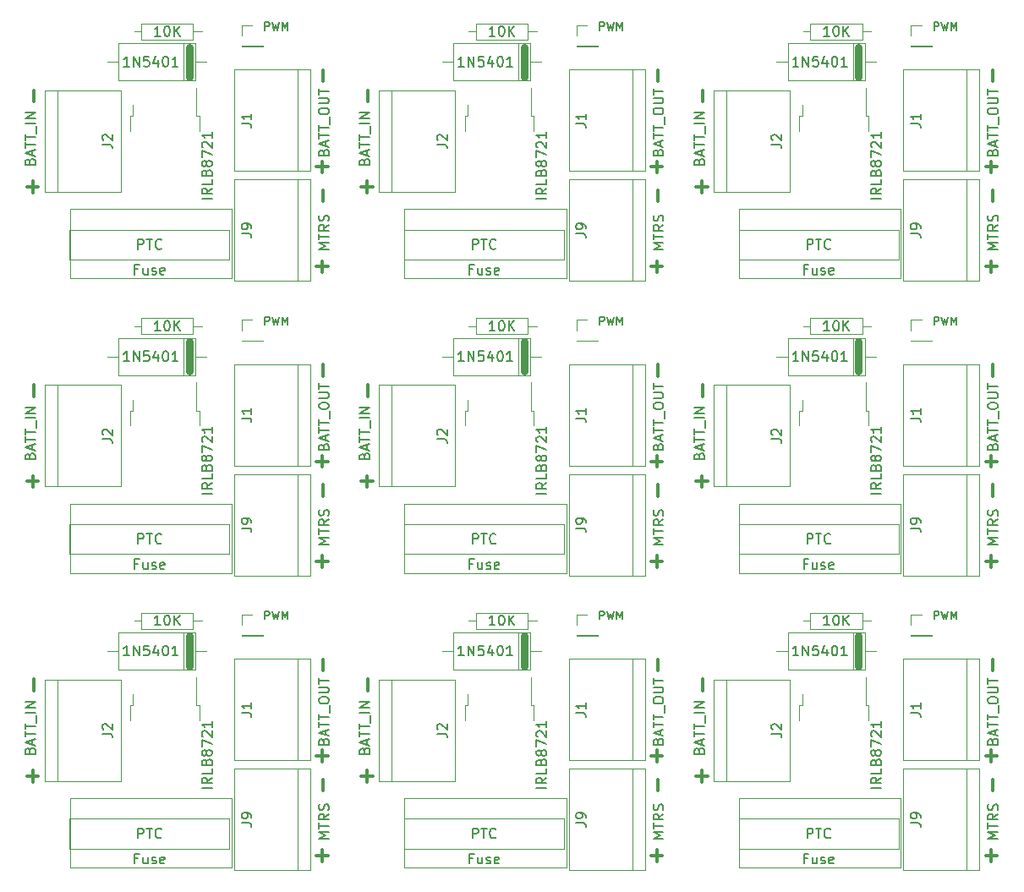
<source format=gto>
%MOIN*%
%OFA0B0*%
%FSLAX46Y46*%
%IPPOS*%
%LPD*%
%ADD10C,0.0039370078740157488*%
%ADD11C,0.011811023622047244*%
%ADD12C,0.031496062992125991*%
%ADD13C,0.0047244094488188976*%
%ADD14C,0.005905511811023622*%
%ADD25C,0.0039370078740157488*%
%ADD26C,0.011811023622047244*%
%ADD27C,0.031496062992125991*%
%ADD28C,0.0047244094488188976*%
%ADD29C,0.005905511811023622*%
%ADD30C,0.0039370078740157488*%
%ADD31C,0.011811023622047244*%
%ADD32C,0.031496062992125991*%
%ADD33C,0.0047244094488188976*%
%ADD34C,0.005905511811023622*%
%ADD35C,0.0039370078740157488*%
%ADD36C,0.011811023622047244*%
%ADD37C,0.031496062992125991*%
%ADD38C,0.0047244094488188976*%
%ADD39C,0.005905511811023622*%
%ADD40C,0.0039370078740157488*%
%ADD41C,0.011811023622047244*%
%ADD42C,0.031496062992125991*%
%ADD43C,0.0047244094488188976*%
%ADD44C,0.005905511811023622*%
%ADD45C,0.0039370078740157488*%
%ADD46C,0.011811023622047244*%
%ADD47C,0.031496062992125991*%
%ADD48C,0.0047244094488188976*%
%ADD49C,0.005905511811023622*%
%ADD50C,0.0039370078740157488*%
%ADD51C,0.011811023622047244*%
%ADD52C,0.031496062992125991*%
%ADD53C,0.0047244094488188976*%
%ADD54C,0.005905511811023622*%
%ADD55C,0.0039370078740157488*%
%ADD56C,0.011811023622047244*%
%ADD57C,0.031496062992125991*%
%ADD58C,0.0047244094488188976*%
%ADD59C,0.005905511811023622*%
%ADD60C,0.0039370078740157488*%
%ADD61C,0.011811023622047244*%
%ADD62C,0.031496062992125991*%
%ADD63C,0.0047244094488188976*%
%ADD64C,0.005905511811023622*%
G01*
D10*
D11*
X0001185320Y0000331833D02*
X0001185320Y0000376827D01*
X0001158605Y0000074521D02*
X0001203599Y0000074521D01*
X0001181102Y0000052024D02*
X0001181102Y0000097019D01*
X0000043588Y0000725534D02*
X0000043588Y0000770528D01*
X0000016872Y0000389482D02*
X0000061867Y0000389482D01*
X0000039370Y0000366985D02*
X0000039370Y0000411979D01*
X0001185320Y0000804274D02*
X0001185320Y0000849268D01*
X0001158605Y0000468222D02*
X0001203599Y0000468222D01*
X0001181102Y0000445725D02*
X0001181102Y0000490719D01*
D12*
X0000658031Y0000822440D02*
X0000658031Y0000940551D01*
D13*
X0000682047Y0000808267D02*
X0000682047Y0000954724D01*
X0000682047Y0000954724D02*
X0000378110Y0000954724D01*
X0000378110Y0000954724D02*
X0000378110Y0000808267D01*
X0000378110Y0000808267D02*
X0000682047Y0000808267D01*
X0000725747Y0000881495D02*
X0000682047Y0000881495D01*
X0000334409Y0000881495D02*
X0000378110Y0000881495D01*
X0000634803Y0000808267D02*
X0000634803Y0000954724D01*
D10*
X0000672047Y0001001495D02*
X0000707480Y0001001495D01*
X0000467322Y0001001495D02*
X0000439763Y0001001495D01*
X0000467322Y0000969999D02*
X0000467322Y0001032992D01*
X0000467322Y0001032992D02*
X0000672047Y0001032992D01*
X0000672047Y0001032992D02*
X0000672047Y0000969999D01*
X0000672047Y0000969999D02*
X0000467322Y0000969999D01*
D13*
X0000185118Y0000102440D02*
X0000185118Y0000220551D01*
X0000815039Y0000102440D02*
X0000185118Y0000102440D01*
X0000815039Y0000220551D02*
X0000815039Y0000102440D01*
X0000185118Y0000220551D02*
X0000815039Y0000220551D01*
X0000863779Y0000942519D02*
X0000947244Y0000942519D01*
X0000863779Y0000944881D02*
X0000863779Y0000942519D01*
X0000947244Y0000944881D02*
X0000947244Y0000942519D01*
X0000863779Y0000944881D02*
X0000947244Y0000944881D01*
X0000863779Y0000984251D02*
X0000863779Y0001025984D01*
X0000863779Y0001025984D02*
X0000905511Y0001025984D01*
X0001084251Y0000851180D02*
X0001084251Y0000451180D01*
X0001134251Y0000851180D02*
X0000834251Y0000851180D01*
X0000834251Y0000851180D02*
X0000834251Y0000451180D01*
X0000834251Y0000451180D02*
X0001134251Y0000451180D01*
X0001134251Y0000451180D02*
X0001134251Y0000851180D01*
X0000136220Y0000369291D02*
X0000136220Y0000769291D01*
X0000086220Y0000369291D02*
X0000386220Y0000369291D01*
X0000386220Y0000369291D02*
X0000386220Y0000769291D01*
X0000386220Y0000769291D02*
X0000086220Y0000769291D01*
X0000086220Y0000769291D02*
X0000086220Y0000369291D01*
X0000695905Y0000609684D02*
X0000695905Y0000668740D01*
X0000695905Y0000668740D02*
X0000685275Y0000668740D01*
X0000685275Y0000668740D02*
X0000685275Y0000780157D01*
X0000424251Y0000609684D02*
X0000424251Y0000668740D01*
X0000424251Y0000668740D02*
X0000434881Y0000668740D01*
X0000434881Y0000668740D02*
X0000434881Y0000712047D01*
X0001084251Y0000418110D02*
X0001084251Y0000018110D01*
X0001134251Y0000418110D02*
X0000834251Y0000418110D01*
X0000834251Y0000418110D02*
X0000834251Y0000018110D01*
X0000834251Y0000018110D02*
X0001134251Y0000018110D01*
X0001134251Y0000018110D02*
X0001134251Y0000418110D01*
X0000186456Y0000301180D02*
X0000186456Y0000027952D01*
X0000186456Y0000027952D02*
X0000824251Y0000027952D01*
X0000824251Y0000027952D02*
X0000824251Y0000301180D01*
X0000824251Y0000301180D02*
X0000186456Y0000301180D01*
D14*
X0000420714Y0000863685D02*
X0000398217Y0000863685D01*
X0000409465Y0000863685D02*
X0000409465Y0000903055D01*
X0000405716Y0000897431D01*
X0000401966Y0000893681D01*
X0000398217Y0000891807D01*
X0000437587Y0000863685D02*
X0000437587Y0000903055D01*
X0000460084Y0000863685D01*
X0000460084Y0000903055D01*
X0000497579Y0000903055D02*
X0000478831Y0000903055D01*
X0000476957Y0000884308D01*
X0000478831Y0000886182D01*
X0000482581Y0000888057D01*
X0000491955Y0000888057D01*
X0000495704Y0000886182D01*
X0000497579Y0000884308D01*
X0000499454Y0000880558D01*
X0000499454Y0000871184D01*
X0000497579Y0000867435D01*
X0000495704Y0000865560D01*
X0000491955Y0000863685D01*
X0000482581Y0000863685D01*
X0000478831Y0000865560D01*
X0000476957Y0000867435D01*
X0000533200Y0000889932D02*
X0000533200Y0000863685D01*
X0000523826Y0000904930D02*
X0000514452Y0000876809D01*
X0000538824Y0000876809D01*
X0000561321Y0000903055D02*
X0000565071Y0000903055D01*
X0000568820Y0000901180D01*
X0000570695Y0000899306D01*
X0000572570Y0000895556D01*
X0000574445Y0000888057D01*
X0000574445Y0000878683D01*
X0000572570Y0000871184D01*
X0000570695Y0000867435D01*
X0000568820Y0000865560D01*
X0000565071Y0000863685D01*
X0000561321Y0000863685D01*
X0000557572Y0000865560D01*
X0000555697Y0000867435D01*
X0000553822Y0000871184D01*
X0000551947Y0000878683D01*
X0000551947Y0000888057D01*
X0000553822Y0000895556D01*
X0000555697Y0000899306D01*
X0000557572Y0000901180D01*
X0000561321Y0000903055D01*
X0000611940Y0000863685D02*
X0000589443Y0000863685D01*
X0000600691Y0000863685D02*
X0000600691Y0000903055D01*
X0000596942Y0000897431D01*
X0000593192Y0000893681D01*
X0000589443Y0000891807D01*
X0000542894Y0000983685D02*
X0000520397Y0000983685D01*
X0000531645Y0000983685D02*
X0000531645Y0001023055D01*
X0000527896Y0001017431D01*
X0000524146Y0001013681D01*
X0000520397Y0001011807D01*
X0000567266Y0001023055D02*
X0000571016Y0001023055D01*
X0000574765Y0001021180D01*
X0000576640Y0001019306D01*
X0000578515Y0001015556D01*
X0000580389Y0001008057D01*
X0000580389Y0000998683D01*
X0000578515Y0000991184D01*
X0000576640Y0000987435D01*
X0000574765Y0000985560D01*
X0000571016Y0000983685D01*
X0000567266Y0000983685D01*
X0000563516Y0000985560D01*
X0000561642Y0000987435D01*
X0000559767Y0000991184D01*
X0000557892Y0000998683D01*
X0000557892Y0001008057D01*
X0000559767Y0001015556D01*
X0000561642Y0001019306D01*
X0000563516Y0001021180D01*
X0000567266Y0001023055D01*
X0000597262Y0000983685D02*
X0000597262Y0001023055D01*
X0000619759Y0000983685D02*
X0000602887Y0001006182D01*
X0000619759Y0001023055D02*
X0000597262Y0001000558D01*
X0000455084Y0000143685D02*
X0000455084Y0000183055D01*
X0000470082Y0000183055D01*
X0000473831Y0000181180D01*
X0000475706Y0000179306D01*
X0000477581Y0000175556D01*
X0000477581Y0000169932D01*
X0000475706Y0000166182D01*
X0000473831Y0000164308D01*
X0000470082Y0000162433D01*
X0000455084Y0000162433D01*
X0000488830Y0000183055D02*
X0000511327Y0000183055D01*
X0000500078Y0000143685D02*
X0000500078Y0000183055D01*
X0000546947Y0000147435D02*
X0000545073Y0000145560D01*
X0000539448Y0000143685D01*
X0000535699Y0000143685D01*
X0000530074Y0000145560D01*
X0000526325Y0000149309D01*
X0000524450Y0000153059D01*
X0000522575Y0000160558D01*
X0000522575Y0000166182D01*
X0000524450Y0000173681D01*
X0000526325Y0000177431D01*
X0000530074Y0000181180D01*
X0000535699Y0000183055D01*
X0000539448Y0000183055D01*
X0000545073Y0000181180D01*
X0000546947Y0000179306D01*
X0000955834Y0001007247D02*
X0000955834Y0001038743D01*
X0000967832Y0001038743D01*
X0000970832Y0001037243D01*
X0000972332Y0001035744D01*
X0000973831Y0001032744D01*
X0000973831Y0001028245D01*
X0000972332Y0001025245D01*
X0000970832Y0001023745D01*
X0000967832Y0001022245D01*
X0000955834Y0001022245D01*
X0000984330Y0001038743D02*
X0000991829Y0001007247D01*
X0000997828Y0001029744D01*
X0001003828Y0001007247D01*
X0001011327Y0001038743D01*
X0001023325Y0001007247D02*
X0001023325Y0001038743D01*
X0001033824Y0001016246D01*
X0001044323Y0001038743D01*
X0001044323Y0001007247D01*
X0000862692Y0000638057D02*
X0000890813Y0000638057D01*
X0000896437Y0000636182D01*
X0000900187Y0000632433D01*
X0000902062Y0000626809D01*
X0000902062Y0000623059D01*
X0000902062Y0000677427D02*
X0000902062Y0000654930D01*
X0000902062Y0000666179D02*
X0000862692Y0000666179D01*
X0000868316Y0000662429D01*
X0000872065Y0000658680D01*
X0000873940Y0000654930D01*
X0001186164Y0000526434D02*
X0001188038Y0000532058D01*
X0001189913Y0000533933D01*
X0001193663Y0000535807D01*
X0001199287Y0000535807D01*
X0001203037Y0000533933D01*
X0001204911Y0000532058D01*
X0001206786Y0000528308D01*
X0001206786Y0000513310D01*
X0001167416Y0000513310D01*
X0001167416Y0000526434D01*
X0001169291Y0000530183D01*
X0001171166Y0000532058D01*
X0001174915Y0000533933D01*
X0001178665Y0000533933D01*
X0001182414Y0000532058D01*
X0001184289Y0000530183D01*
X0001186164Y0000526434D01*
X0001186164Y0000513310D01*
X0001195537Y0000550806D02*
X0001195537Y0000569553D01*
X0001206786Y0000547056D02*
X0001167416Y0000560179D01*
X0001206786Y0000573303D01*
X0001167416Y0000580802D02*
X0001167416Y0000603299D01*
X0001206786Y0000592050D02*
X0001167416Y0000592050D01*
X0001167416Y0000610798D02*
X0001167416Y0000633295D01*
X0001206786Y0000622047D02*
X0001167416Y0000622047D01*
X0001210536Y0000637045D02*
X0001210536Y0000667041D01*
X0001167416Y0000683914D02*
X0001167416Y0000691413D01*
X0001169291Y0000695163D01*
X0001173040Y0000698912D01*
X0001180539Y0000700787D01*
X0001193663Y0000700787D01*
X0001201162Y0000698912D01*
X0001204911Y0000695163D01*
X0001206786Y0000691413D01*
X0001206786Y0000683914D01*
X0001204911Y0000680164D01*
X0001201162Y0000676415D01*
X0001193663Y0000674540D01*
X0001180539Y0000674540D01*
X0001173040Y0000676415D01*
X0001169291Y0000680164D01*
X0001167416Y0000683914D01*
X0001167416Y0000717660D02*
X0001199287Y0000717660D01*
X0001203037Y0000719534D01*
X0001204911Y0000721409D01*
X0001206786Y0000725159D01*
X0001206786Y0000732658D01*
X0001204911Y0000736407D01*
X0001203037Y0000738282D01*
X0001199287Y0000740157D01*
X0001167416Y0000740157D01*
X0001167416Y0000753280D02*
X0001167416Y0000775777D01*
X0001206786Y0000764529D02*
X0001167416Y0000764529D01*
X0000314660Y0000556167D02*
X0000342782Y0000556167D01*
X0000348406Y0000554293D01*
X0000352155Y0000550543D01*
X0000354030Y0000544919D01*
X0000354030Y0000541169D01*
X0000318410Y0000573040D02*
X0000316535Y0000574915D01*
X0000314660Y0000578665D01*
X0000314660Y0000588038D01*
X0000316535Y0000591788D01*
X0000318410Y0000593663D01*
X0000322159Y0000595537D01*
X0000325909Y0000595537D01*
X0000331533Y0000593663D01*
X0000354030Y0000571165D01*
X0000354030Y0000595537D01*
X0000028683Y0000489688D02*
X0000030558Y0000495312D01*
X0000032433Y0000497187D01*
X0000036182Y0000499062D01*
X0000041807Y0000499062D01*
X0000045556Y0000497187D01*
X0000047431Y0000495312D01*
X0000049306Y0000491563D01*
X0000049306Y0000476565D01*
X0000009936Y0000476565D01*
X0000009936Y0000489688D01*
X0000011810Y0000493438D01*
X0000013685Y0000495312D01*
X0000017435Y0000497187D01*
X0000021184Y0000497187D01*
X0000024934Y0000495312D01*
X0000026809Y0000493438D01*
X0000028683Y0000489688D01*
X0000028683Y0000476565D01*
X0000038057Y0000514060D02*
X0000038057Y0000532808D01*
X0000049306Y0000510311D02*
X0000009936Y0000523434D01*
X0000049306Y0000536557D01*
X0000009936Y0000544056D02*
X0000009936Y0000566554D01*
X0000049306Y0000555305D02*
X0000009936Y0000555305D01*
X0000009936Y0000574053D02*
X0000009936Y0000596550D01*
X0000049306Y0000585301D02*
X0000009936Y0000585301D01*
X0000053055Y0000600299D02*
X0000053055Y0000630296D01*
X0000049306Y0000639669D02*
X0000009936Y0000639669D01*
X0000049306Y0000658417D02*
X0000009936Y0000658417D01*
X0000049306Y0000680914D01*
X0000009936Y0000680914D01*
X0000746156Y0000342144D02*
X0000706786Y0000342144D01*
X0000746156Y0000383389D02*
X0000727408Y0000370266D01*
X0000746156Y0000360892D02*
X0000706786Y0000360892D01*
X0000706786Y0000375890D01*
X0000708661Y0000379639D01*
X0000710536Y0000381514D01*
X0000714285Y0000383389D01*
X0000719909Y0000383389D01*
X0000723659Y0000381514D01*
X0000725534Y0000379639D01*
X0000727408Y0000375890D01*
X0000727408Y0000360892D01*
X0000746156Y0000419010D02*
X0000746156Y0000400262D01*
X0000706786Y0000400262D01*
X0000725534Y0000445256D02*
X0000727408Y0000450881D01*
X0000729283Y0000452755D01*
X0000733033Y0000454630D01*
X0000738657Y0000454630D01*
X0000742407Y0000452755D01*
X0000744281Y0000450881D01*
X0000746156Y0000447131D01*
X0000746156Y0000432133D01*
X0000706786Y0000432133D01*
X0000706786Y0000445256D01*
X0000708661Y0000449006D01*
X0000710536Y0000450881D01*
X0000714285Y0000452755D01*
X0000718035Y0000452755D01*
X0000721784Y0000450881D01*
X0000723659Y0000449006D01*
X0000725534Y0000445256D01*
X0000725534Y0000432133D01*
X0000723659Y0000477127D02*
X0000721784Y0000473378D01*
X0000719909Y0000471503D01*
X0000716160Y0000469628D01*
X0000714285Y0000469628D01*
X0000710536Y0000471503D01*
X0000708661Y0000473378D01*
X0000706786Y0000477127D01*
X0000706786Y0000484626D01*
X0000708661Y0000488376D01*
X0000710536Y0000490251D01*
X0000714285Y0000492125D01*
X0000716160Y0000492125D01*
X0000719909Y0000490251D01*
X0000721784Y0000488376D01*
X0000723659Y0000484626D01*
X0000723659Y0000477127D01*
X0000725534Y0000473378D01*
X0000727408Y0000471503D01*
X0000731158Y0000469628D01*
X0000738657Y0000469628D01*
X0000742407Y0000471503D01*
X0000744281Y0000473378D01*
X0000746156Y0000477127D01*
X0000746156Y0000484626D01*
X0000744281Y0000488376D01*
X0000742407Y0000490251D01*
X0000738657Y0000492125D01*
X0000731158Y0000492125D01*
X0000727408Y0000490251D01*
X0000725534Y0000488376D01*
X0000723659Y0000484626D01*
X0000706786Y0000505249D02*
X0000706786Y0000531495D01*
X0000746156Y0000514623D01*
X0000710536Y0000544619D02*
X0000708661Y0000546494D01*
X0000706786Y0000550243D01*
X0000706786Y0000559617D01*
X0000708661Y0000563366D01*
X0000710536Y0000565241D01*
X0000714285Y0000567116D01*
X0000718035Y0000567116D01*
X0000723659Y0000565241D01*
X0000746156Y0000542744D01*
X0000746156Y0000567116D01*
X0000746156Y0000604611D02*
X0000746156Y0000582114D01*
X0000746156Y0000593363D02*
X0000706786Y0000593363D01*
X0000712410Y0000589613D01*
X0000716160Y0000585864D01*
X0000718035Y0000582114D01*
X0000862692Y0000204986D02*
X0000890813Y0000204986D01*
X0000896437Y0000203111D01*
X0000900187Y0000199362D01*
X0000902062Y0000193738D01*
X0000902062Y0000189988D01*
X0000902062Y0000225609D02*
X0000902062Y0000233108D01*
X0000900187Y0000236857D01*
X0000898312Y0000238732D01*
X0000892688Y0000242482D01*
X0000885189Y0000244356D01*
X0000870191Y0000244356D01*
X0000866441Y0000242482D01*
X0000864566Y0000240607D01*
X0000862692Y0000236857D01*
X0000862692Y0000229358D01*
X0000864566Y0000225609D01*
X0000866441Y0000223734D01*
X0000870191Y0000221859D01*
X0000879564Y0000221859D01*
X0000883314Y0000223734D01*
X0000885189Y0000225609D01*
X0000887064Y0000229358D01*
X0000887064Y0000236857D01*
X0000885189Y0000240607D01*
X0000883314Y0000242482D01*
X0000879564Y0000244356D01*
X0001206786Y0000142107D02*
X0001167416Y0000142107D01*
X0001195537Y0000155230D01*
X0001167416Y0000168353D01*
X0001206786Y0000168353D01*
X0001167416Y0000181477D02*
X0001167416Y0000203974D01*
X0001206786Y0000192725D02*
X0001167416Y0000192725D01*
X0001206786Y0000239594D02*
X0001188038Y0000226471D01*
X0001206786Y0000217097D02*
X0001167416Y0000217097D01*
X0001167416Y0000232095D01*
X0001169291Y0000235845D01*
X0001171166Y0000237720D01*
X0001174915Y0000239594D01*
X0001180539Y0000239594D01*
X0001184289Y0000237720D01*
X0001186164Y0000235845D01*
X0001188038Y0000232095D01*
X0001188038Y0000217097D01*
X0001204911Y0000254593D02*
X0001206786Y0000260217D01*
X0001206786Y0000269591D01*
X0001204911Y0000273340D01*
X0001203037Y0000275215D01*
X0001199287Y0000277090D01*
X0001195537Y0000277090D01*
X0001191788Y0000275215D01*
X0001189913Y0000273340D01*
X0001188038Y0000269591D01*
X0001186164Y0000262092D01*
X0001184289Y0000258342D01*
X0001182414Y0000256467D01*
X0001178665Y0000254593D01*
X0001174915Y0000254593D01*
X0001171166Y0000256467D01*
X0001169291Y0000258342D01*
X0001167416Y0000262092D01*
X0001167416Y0000271465D01*
X0001169291Y0000277090D01*
X0000455084Y0000064308D02*
X0000441960Y0000064308D01*
X0000441960Y0000043685D02*
X0000441960Y0000083055D01*
X0000460708Y0000083055D01*
X0000492579Y0000069932D02*
X0000492579Y0000043685D01*
X0000475706Y0000069932D02*
X0000475706Y0000049309D01*
X0000477581Y0000045560D01*
X0000481330Y0000043685D01*
X0000486955Y0000043685D01*
X0000490704Y0000045560D01*
X0000492579Y0000047435D01*
X0000509452Y0000045560D02*
X0000513202Y0000043685D01*
X0000520701Y0000043685D01*
X0000524450Y0000045560D01*
X0000526325Y0000049309D01*
X0000526325Y0000051184D01*
X0000524450Y0000054934D01*
X0000520701Y0000056809D01*
X0000515076Y0000056809D01*
X0000511327Y0000058683D01*
X0000509452Y0000062433D01*
X0000509452Y0000064308D01*
X0000511327Y0000068057D01*
X0000515076Y0000069932D01*
X0000520701Y0000069932D01*
X0000524450Y0000068057D01*
X0000558196Y0000045560D02*
X0000554446Y0000043685D01*
X0000546947Y0000043685D01*
X0000543198Y0000045560D01*
X0000541323Y0000049309D01*
X0000541323Y0000064308D01*
X0000543198Y0000068057D01*
X0000546947Y0000069932D01*
X0000554446Y0000069932D01*
X0000558196Y0000068057D01*
X0000560071Y0000064308D01*
X0000560071Y0000060558D01*
X0000541323Y0000056809D01*
G04 next file*
G04 #@! TF.FileFunction,Legend,Top*
G04 Gerber Fmt 4.6, Leading zero omitted, Abs format (unit mm)*
G04 Created by KiCad (PCBNEW 4.0.7) date 07/04/19 18:58:04*
G01*
G04 APERTURE LIST*
G04 APERTURE END LIST*
D25*
D26*
X0002504218Y0000331833D02*
X0002504218Y0000376827D01*
X0002477502Y0000074521D02*
X0002522497Y0000074521D01*
X0002499999Y0000052024D02*
X0002499999Y0000097019D01*
X0001362485Y0000725534D02*
X0001362485Y0000770528D01*
X0001335770Y0000389482D02*
X0001380764Y0000389482D01*
X0001358267Y0000366985D02*
X0001358267Y0000411979D01*
X0002504218Y0000804274D02*
X0002504218Y0000849268D01*
X0002477502Y0000468222D02*
X0002522497Y0000468222D01*
X0002499999Y0000445725D02*
X0002499999Y0000490719D01*
D27*
X0001976929Y0000822440D02*
X0001976929Y0000940551D01*
D28*
X0002000944Y0000808267D02*
X0002000944Y0000954724D01*
X0002000944Y0000954724D02*
X0001697007Y0000954724D01*
X0001697007Y0000954724D02*
X0001697007Y0000808267D01*
X0001697007Y0000808267D02*
X0002000944Y0000808267D01*
X0002044645Y0000881495D02*
X0002000944Y0000881495D01*
X0001653307Y0000881495D02*
X0001697007Y0000881495D01*
X0001953700Y0000808267D02*
X0001953700Y0000954724D01*
D25*
X0001990944Y0001001495D02*
X0002026377Y0001001495D01*
X0001786220Y0001001495D02*
X0001758661Y0001001495D01*
X0001786220Y0000969999D02*
X0001786220Y0001032992D01*
X0001786220Y0001032992D02*
X0001990944Y0001032992D01*
X0001990944Y0001032992D02*
X0001990944Y0000969999D01*
X0001990944Y0000969999D02*
X0001786220Y0000969999D01*
D28*
X0001504015Y0000102440D02*
X0001504015Y0000220551D01*
X0002133936Y0000102440D02*
X0001504015Y0000102440D01*
X0002133936Y0000220551D02*
X0002133936Y0000102440D01*
X0001504015Y0000220551D02*
X0002133936Y0000220551D01*
X0002182677Y0000942519D02*
X0002266141Y0000942519D01*
X0002182677Y0000944881D02*
X0002182677Y0000942519D01*
X0002266141Y0000944881D02*
X0002266141Y0000942519D01*
X0002182677Y0000944881D02*
X0002266141Y0000944881D01*
X0002182677Y0000984251D02*
X0002182677Y0001025984D01*
X0002182677Y0001025984D02*
X0002224409Y0001025984D01*
X0002403149Y0000851180D02*
X0002403149Y0000451180D01*
X0002453149Y0000851180D02*
X0002153149Y0000851180D01*
X0002153149Y0000851180D02*
X0002153149Y0000451180D01*
X0002153149Y0000451180D02*
X0002453149Y0000451180D01*
X0002453149Y0000451180D02*
X0002453149Y0000851180D01*
X0001455118Y0000369291D02*
X0001455118Y0000769291D01*
X0001405118Y0000369291D02*
X0001705118Y0000369291D01*
X0001705118Y0000369291D02*
X0001705118Y0000769291D01*
X0001705118Y0000769291D02*
X0001405118Y0000769291D01*
X0001405118Y0000769291D02*
X0001405118Y0000369291D01*
X0002014803Y0000609684D02*
X0002014803Y0000668740D01*
X0002014803Y0000668740D02*
X0002004173Y0000668740D01*
X0002004173Y0000668740D02*
X0002004173Y0000780157D01*
X0001743149Y0000609684D02*
X0001743149Y0000668740D01*
X0001743149Y0000668740D02*
X0001753779Y0000668740D01*
X0001753779Y0000668740D02*
X0001753779Y0000712047D01*
X0002403149Y0000418110D02*
X0002403149Y0000018110D01*
X0002453149Y0000418110D02*
X0002153149Y0000418110D01*
X0002153149Y0000418110D02*
X0002153149Y0000018110D01*
X0002153149Y0000018110D02*
X0002453149Y0000018110D01*
X0002453149Y0000018110D02*
X0002453149Y0000418110D01*
X0001505354Y0000301180D02*
X0001505354Y0000027952D01*
X0001505354Y0000027952D02*
X0002143149Y0000027952D01*
X0002143149Y0000027952D02*
X0002143149Y0000301180D01*
X0002143149Y0000301180D02*
X0001505354Y0000301180D01*
D29*
X0001739611Y0000863685D02*
X0001717114Y0000863685D01*
X0001728363Y0000863685D02*
X0001728363Y0000903055D01*
X0001724613Y0000897431D01*
X0001720864Y0000893681D01*
X0001717114Y0000891807D01*
X0001756484Y0000863685D02*
X0001756484Y0000903055D01*
X0001778981Y0000863685D01*
X0001778981Y0000903055D01*
X0001816477Y0000903055D02*
X0001797729Y0000903055D01*
X0001795854Y0000884308D01*
X0001797729Y0000886182D01*
X0001801479Y0000888057D01*
X0001810852Y0000888057D01*
X0001814602Y0000886182D01*
X0001816477Y0000884308D01*
X0001818352Y0000880558D01*
X0001818352Y0000871184D01*
X0001816477Y0000867435D01*
X0001814602Y0000865560D01*
X0001810852Y0000863685D01*
X0001801479Y0000863685D01*
X0001797729Y0000865560D01*
X0001795854Y0000867435D01*
X0001852097Y0000889932D02*
X0001852097Y0000863685D01*
X0001842723Y0000904930D02*
X0001833350Y0000876809D01*
X0001857722Y0000876809D01*
X0001880219Y0000903055D02*
X0001883968Y0000903055D01*
X0001887718Y0000901180D01*
X0001889593Y0000899306D01*
X0001891467Y0000895556D01*
X0001893342Y0000888057D01*
X0001893342Y0000878683D01*
X0001891467Y0000871184D01*
X0001889593Y0000867435D01*
X0001887718Y0000865560D01*
X0001883968Y0000863685D01*
X0001880219Y0000863685D01*
X0001876469Y0000865560D01*
X0001874594Y0000867435D01*
X0001872720Y0000871184D01*
X0001870845Y0000878683D01*
X0001870845Y0000888057D01*
X0001872720Y0000895556D01*
X0001874594Y0000899306D01*
X0001876469Y0000901180D01*
X0001880219Y0000903055D01*
X0001930837Y0000863685D02*
X0001908340Y0000863685D01*
X0001919589Y0000863685D02*
X0001919589Y0000903055D01*
X0001915839Y0000897431D01*
X0001912090Y0000893681D01*
X0001908340Y0000891807D01*
X0001861792Y0000983685D02*
X0001839295Y0000983685D01*
X0001850543Y0000983685D02*
X0001850543Y0001023055D01*
X0001846794Y0001017431D01*
X0001843044Y0001013681D01*
X0001839295Y0001011807D01*
X0001886164Y0001023055D02*
X0001889913Y0001023055D01*
X0001893663Y0001021180D01*
X0001895537Y0001019306D01*
X0001897412Y0001015556D01*
X0001899287Y0001008057D01*
X0001899287Y0000998683D01*
X0001897412Y0000991184D01*
X0001895537Y0000987435D01*
X0001893663Y0000985560D01*
X0001889913Y0000983685D01*
X0001886164Y0000983685D01*
X0001882414Y0000985560D01*
X0001880539Y0000987435D01*
X0001878665Y0000991184D01*
X0001876790Y0000998683D01*
X0001876790Y0001008057D01*
X0001878665Y0001015556D01*
X0001880539Y0001019306D01*
X0001882414Y0001021180D01*
X0001886164Y0001023055D01*
X0001916160Y0000983685D02*
X0001916160Y0001023055D01*
X0001938657Y0000983685D02*
X0001921784Y0001006182D01*
X0001938657Y0001023055D02*
X0001916160Y0001000558D01*
X0001773981Y0000143685D02*
X0001773981Y0000183055D01*
X0001788980Y0000183055D01*
X0001792729Y0000181180D01*
X0001794604Y0000179306D01*
X0001796479Y0000175556D01*
X0001796479Y0000169932D01*
X0001794604Y0000166182D01*
X0001792729Y0000164308D01*
X0001788980Y0000162433D01*
X0001773981Y0000162433D01*
X0001807727Y0000183055D02*
X0001830224Y0000183055D01*
X0001818976Y0000143685D02*
X0001818976Y0000183055D01*
X0001865845Y0000147435D02*
X0001863970Y0000145560D01*
X0001858346Y0000143685D01*
X0001854596Y0000143685D01*
X0001848972Y0000145560D01*
X0001845223Y0000149309D01*
X0001843348Y0000153059D01*
X0001841473Y0000160558D01*
X0001841473Y0000166182D01*
X0001843348Y0000173681D01*
X0001845223Y0000177431D01*
X0001848972Y0000181180D01*
X0001854596Y0000183055D01*
X0001858346Y0000183055D01*
X0001863970Y0000181180D01*
X0001865845Y0000179306D01*
X0002274731Y0001007247D02*
X0002274731Y0001038743D01*
X0002286730Y0001038743D01*
X0002289729Y0001037243D01*
X0002291229Y0001035744D01*
X0002292729Y0001032744D01*
X0002292729Y0001028245D01*
X0002291229Y0001025245D01*
X0002289729Y0001023745D01*
X0002286730Y0001022245D01*
X0002274731Y0001022245D01*
X0002303228Y0001038743D02*
X0002310727Y0001007247D01*
X0002316726Y0001029744D01*
X0002322725Y0001007247D01*
X0002330224Y0001038743D01*
X0002342223Y0001007247D02*
X0002342223Y0001038743D01*
X0002352722Y0001016246D01*
X0002363220Y0001038743D01*
X0002363220Y0001007247D01*
X0002181589Y0000638057D02*
X0002209711Y0000638057D01*
X0002215335Y0000636182D01*
X0002219085Y0000632433D01*
X0002220959Y0000626809D01*
X0002220959Y0000623059D01*
X0002220959Y0000677427D02*
X0002220959Y0000654930D01*
X0002220959Y0000666179D02*
X0002181589Y0000666179D01*
X0002187214Y0000662429D01*
X0002190963Y0000658680D01*
X0002192838Y0000654930D01*
X0002505061Y0000526434D02*
X0002506936Y0000532058D01*
X0002508811Y0000533933D01*
X0002512560Y0000535807D01*
X0002518185Y0000535807D01*
X0002521934Y0000533933D01*
X0002523809Y0000532058D01*
X0002525684Y0000528308D01*
X0002525684Y0000513310D01*
X0002486314Y0000513310D01*
X0002486314Y0000526434D01*
X0002488188Y0000530183D01*
X0002490063Y0000532058D01*
X0002493813Y0000533933D01*
X0002497562Y0000533933D01*
X0002501312Y0000532058D01*
X0002503187Y0000530183D01*
X0002505061Y0000526434D01*
X0002505061Y0000513310D01*
X0002514435Y0000550806D02*
X0002514435Y0000569553D01*
X0002525684Y0000547056D02*
X0002486314Y0000560179D01*
X0002525684Y0000573303D01*
X0002486314Y0000580802D02*
X0002486314Y0000603299D01*
X0002525684Y0000592050D02*
X0002486314Y0000592050D01*
X0002486314Y0000610798D02*
X0002486314Y0000633295D01*
X0002525684Y0000622047D02*
X0002486314Y0000622047D01*
X0002529433Y0000637045D02*
X0002529433Y0000667041D01*
X0002486314Y0000683914D02*
X0002486314Y0000691413D01*
X0002488188Y0000695163D01*
X0002491938Y0000698912D01*
X0002499437Y0000700787D01*
X0002512560Y0000700787D01*
X0002520059Y0000698912D01*
X0002523809Y0000695163D01*
X0002525684Y0000691413D01*
X0002525684Y0000683914D01*
X0002523809Y0000680164D01*
X0002520059Y0000676415D01*
X0002512560Y0000674540D01*
X0002499437Y0000674540D01*
X0002491938Y0000676415D01*
X0002488188Y0000680164D01*
X0002486314Y0000683914D01*
X0002486314Y0000717660D02*
X0002518185Y0000717660D01*
X0002521934Y0000719534D01*
X0002523809Y0000721409D01*
X0002525684Y0000725159D01*
X0002525684Y0000732658D01*
X0002523809Y0000736407D01*
X0002521934Y0000738282D01*
X0002518185Y0000740157D01*
X0002486314Y0000740157D01*
X0002486314Y0000753280D02*
X0002486314Y0000775777D01*
X0002525684Y0000764529D02*
X0002486314Y0000764529D01*
X0001633558Y0000556167D02*
X0001661679Y0000556167D01*
X0001667304Y0000554293D01*
X0001671053Y0000550543D01*
X0001672928Y0000544919D01*
X0001672928Y0000541169D01*
X0001637307Y0000573040D02*
X0001635432Y0000574915D01*
X0001633558Y0000578665D01*
X0001633558Y0000588038D01*
X0001635432Y0000591788D01*
X0001637307Y0000593663D01*
X0001641057Y0000595537D01*
X0001644806Y0000595537D01*
X0001650431Y0000593663D01*
X0001672928Y0000571165D01*
X0001672928Y0000595537D01*
X0001347581Y0000489688D02*
X0001349456Y0000495312D01*
X0001351331Y0000497187D01*
X0001355080Y0000499062D01*
X0001360704Y0000499062D01*
X0001364454Y0000497187D01*
X0001366329Y0000495312D01*
X0001368203Y0000491563D01*
X0001368203Y0000476565D01*
X0001328833Y0000476565D01*
X0001328833Y0000489688D01*
X0001330708Y0000493438D01*
X0001332583Y0000495312D01*
X0001336332Y0000497187D01*
X0001340082Y0000497187D01*
X0001343831Y0000495312D01*
X0001345706Y0000493438D01*
X0001347581Y0000489688D01*
X0001347581Y0000476565D01*
X0001356955Y0000514060D02*
X0001356955Y0000532808D01*
X0001368203Y0000510311D02*
X0001328833Y0000523434D01*
X0001368203Y0000536557D01*
X0001328833Y0000544056D02*
X0001328833Y0000566554D01*
X0001368203Y0000555305D02*
X0001328833Y0000555305D01*
X0001328833Y0000574053D02*
X0001328833Y0000596550D01*
X0001368203Y0000585301D02*
X0001328833Y0000585301D01*
X0001371953Y0000600299D02*
X0001371953Y0000630296D01*
X0001368203Y0000639669D02*
X0001328833Y0000639669D01*
X0001368203Y0000658417D02*
X0001328833Y0000658417D01*
X0001368203Y0000680914D01*
X0001328833Y0000680914D01*
X0002065054Y0000342144D02*
X0002025684Y0000342144D01*
X0002065054Y0000383389D02*
X0002046306Y0000370266D01*
X0002065054Y0000360892D02*
X0002025684Y0000360892D01*
X0002025684Y0000375890D01*
X0002027558Y0000379639D01*
X0002029433Y0000381514D01*
X0002033183Y0000383389D01*
X0002038807Y0000383389D01*
X0002042557Y0000381514D01*
X0002044431Y0000379639D01*
X0002046306Y0000375890D01*
X0002046306Y0000360892D01*
X0002065054Y0000419010D02*
X0002065054Y0000400262D01*
X0002025684Y0000400262D01*
X0002044431Y0000445256D02*
X0002046306Y0000450881D01*
X0002048181Y0000452755D01*
X0002051930Y0000454630D01*
X0002057555Y0000454630D01*
X0002061304Y0000452755D01*
X0002063179Y0000450881D01*
X0002065054Y0000447131D01*
X0002065054Y0000432133D01*
X0002025684Y0000432133D01*
X0002025684Y0000445256D01*
X0002027558Y0000449006D01*
X0002029433Y0000450881D01*
X0002033183Y0000452755D01*
X0002036932Y0000452755D01*
X0002040682Y0000450881D01*
X0002042557Y0000449006D01*
X0002044431Y0000445256D01*
X0002044431Y0000432133D01*
X0002042557Y0000477127D02*
X0002040682Y0000473378D01*
X0002038807Y0000471503D01*
X0002035058Y0000469628D01*
X0002033183Y0000469628D01*
X0002029433Y0000471503D01*
X0002027558Y0000473378D01*
X0002025684Y0000477127D01*
X0002025684Y0000484626D01*
X0002027558Y0000488376D01*
X0002029433Y0000490251D01*
X0002033183Y0000492125D01*
X0002035058Y0000492125D01*
X0002038807Y0000490251D01*
X0002040682Y0000488376D01*
X0002042557Y0000484626D01*
X0002042557Y0000477127D01*
X0002044431Y0000473378D01*
X0002046306Y0000471503D01*
X0002050056Y0000469628D01*
X0002057555Y0000469628D01*
X0002061304Y0000471503D01*
X0002063179Y0000473378D01*
X0002065054Y0000477127D01*
X0002065054Y0000484626D01*
X0002063179Y0000488376D01*
X0002061304Y0000490251D01*
X0002057555Y0000492125D01*
X0002050056Y0000492125D01*
X0002046306Y0000490251D01*
X0002044431Y0000488376D01*
X0002042557Y0000484626D01*
X0002025684Y0000505249D02*
X0002025684Y0000531495D01*
X0002065054Y0000514623D01*
X0002029433Y0000544619D02*
X0002027558Y0000546494D01*
X0002025684Y0000550243D01*
X0002025684Y0000559617D01*
X0002027558Y0000563366D01*
X0002029433Y0000565241D01*
X0002033183Y0000567116D01*
X0002036932Y0000567116D01*
X0002042557Y0000565241D01*
X0002065054Y0000542744D01*
X0002065054Y0000567116D01*
X0002065054Y0000604611D02*
X0002065054Y0000582114D01*
X0002065054Y0000593363D02*
X0002025684Y0000593363D01*
X0002031308Y0000589613D01*
X0002035058Y0000585864D01*
X0002036932Y0000582114D01*
X0002181589Y0000204986D02*
X0002209711Y0000204986D01*
X0002215335Y0000203111D01*
X0002219085Y0000199362D01*
X0002220959Y0000193738D01*
X0002220959Y0000189988D01*
X0002220959Y0000225609D02*
X0002220959Y0000233108D01*
X0002219085Y0000236857D01*
X0002217210Y0000238732D01*
X0002211585Y0000242482D01*
X0002204086Y0000244356D01*
X0002189088Y0000244356D01*
X0002185339Y0000242482D01*
X0002183464Y0000240607D01*
X0002181589Y0000236857D01*
X0002181589Y0000229358D01*
X0002183464Y0000225609D01*
X0002185339Y0000223734D01*
X0002189088Y0000221859D01*
X0002198462Y0000221859D01*
X0002202212Y0000223734D01*
X0002204086Y0000225609D01*
X0002205961Y0000229358D01*
X0002205961Y0000236857D01*
X0002204086Y0000240607D01*
X0002202212Y0000242482D01*
X0002198462Y0000244356D01*
X0002525684Y0000142107D02*
X0002486314Y0000142107D01*
X0002514435Y0000155230D01*
X0002486314Y0000168353D01*
X0002525684Y0000168353D01*
X0002486314Y0000181477D02*
X0002486314Y0000203974D01*
X0002525684Y0000192725D02*
X0002486314Y0000192725D01*
X0002525684Y0000239594D02*
X0002506936Y0000226471D01*
X0002525684Y0000217097D02*
X0002486314Y0000217097D01*
X0002486314Y0000232095D01*
X0002488188Y0000235845D01*
X0002490063Y0000237720D01*
X0002493813Y0000239594D01*
X0002499437Y0000239594D01*
X0002503187Y0000237720D01*
X0002505061Y0000235845D01*
X0002506936Y0000232095D01*
X0002506936Y0000217097D01*
X0002523809Y0000254593D02*
X0002525684Y0000260217D01*
X0002525684Y0000269591D01*
X0002523809Y0000273340D01*
X0002521934Y0000275215D01*
X0002518185Y0000277090D01*
X0002514435Y0000277090D01*
X0002510686Y0000275215D01*
X0002508811Y0000273340D01*
X0002506936Y0000269591D01*
X0002505061Y0000262092D01*
X0002503187Y0000258342D01*
X0002501312Y0000256467D01*
X0002497562Y0000254593D01*
X0002493813Y0000254593D01*
X0002490063Y0000256467D01*
X0002488188Y0000258342D01*
X0002486314Y0000262092D01*
X0002486314Y0000271465D01*
X0002488188Y0000277090D01*
X0001773981Y0000064308D02*
X0001760858Y0000064308D01*
X0001760858Y0000043685D02*
X0001760858Y0000083055D01*
X0001779606Y0000083055D01*
X0001811477Y0000069932D02*
X0001811477Y0000043685D01*
X0001794604Y0000069932D02*
X0001794604Y0000049309D01*
X0001796479Y0000045560D01*
X0001800228Y0000043685D01*
X0001805852Y0000043685D01*
X0001809602Y0000045560D01*
X0001811477Y0000047435D01*
X0001828350Y0000045560D02*
X0001832099Y0000043685D01*
X0001839598Y0000043685D01*
X0001843348Y0000045560D01*
X0001845223Y0000049309D01*
X0001845223Y0000051184D01*
X0001843348Y0000054934D01*
X0001839598Y0000056809D01*
X0001833974Y0000056809D01*
X0001830224Y0000058683D01*
X0001828350Y0000062433D01*
X0001828350Y0000064308D01*
X0001830224Y0000068057D01*
X0001833974Y0000069932D01*
X0001839598Y0000069932D01*
X0001843348Y0000068057D01*
X0001877094Y0000045560D02*
X0001873344Y0000043685D01*
X0001865845Y0000043685D01*
X0001862095Y0000045560D01*
X0001860221Y0000049309D01*
X0001860221Y0000064308D01*
X0001862095Y0000068057D01*
X0001865845Y0000069932D01*
X0001873344Y0000069932D01*
X0001877094Y0000068057D01*
X0001878968Y0000064308D01*
X0001878968Y0000060558D01*
X0001860221Y0000056809D01*
G04 next file*
G04 #@! TF.FileFunction,Legend,Top*
G04 Gerber Fmt 4.6, Leading zero omitted, Abs format (unit mm)*
G04 Created by KiCad (PCBNEW 4.0.7) date 07/04/19 18:58:04*
G01*
G04 APERTURE LIST*
G04 APERTURE END LIST*
D30*
D31*
X0003823115Y0000331833D02*
X0003823115Y0000376827D01*
X0003796400Y0000074521D02*
X0003841394Y0000074521D01*
X0003818897Y0000052024D02*
X0003818897Y0000097019D01*
X0002681383Y0000725534D02*
X0002681383Y0000770528D01*
X0002654668Y0000389482D02*
X0002699662Y0000389482D01*
X0002677165Y0000366985D02*
X0002677165Y0000411979D01*
X0003823115Y0000804274D02*
X0003823115Y0000849268D01*
X0003796400Y0000468222D02*
X0003841394Y0000468222D01*
X0003818897Y0000445725D02*
X0003818897Y0000490719D01*
D32*
X0003295826Y0000822440D02*
X0003295826Y0000940551D01*
D33*
X0003319842Y0000808267D02*
X0003319842Y0000954724D01*
X0003319842Y0000954724D02*
X0003015905Y0000954724D01*
X0003015905Y0000954724D02*
X0003015905Y0000808267D01*
X0003015905Y0000808267D02*
X0003319842Y0000808267D01*
X0003363543Y0000881495D02*
X0003319842Y0000881495D01*
X0002972204Y0000881495D02*
X0003015905Y0000881495D01*
X0003272598Y0000808267D02*
X0003272598Y0000954724D01*
D30*
X0003309842Y0001001495D02*
X0003345275Y0001001495D01*
X0003105118Y0001001495D02*
X0003077558Y0001001495D01*
X0003105118Y0000969999D02*
X0003105118Y0001032992D01*
X0003105118Y0001032992D02*
X0003309842Y0001032992D01*
X0003309842Y0001032992D02*
X0003309842Y0000969999D01*
X0003309842Y0000969999D02*
X0003105118Y0000969999D01*
D33*
X0002822913Y0000102440D02*
X0002822913Y0000220551D01*
X0003452834Y0000102440D02*
X0002822913Y0000102440D01*
X0003452834Y0000220551D02*
X0003452834Y0000102440D01*
X0002822913Y0000220551D02*
X0003452834Y0000220551D01*
X0003501574Y0000942519D02*
X0003585039Y0000942519D01*
X0003501574Y0000944881D02*
X0003501574Y0000942519D01*
X0003585039Y0000944881D02*
X0003585039Y0000942519D01*
X0003501574Y0000944881D02*
X0003585039Y0000944881D01*
X0003501574Y0000984251D02*
X0003501574Y0001025984D01*
X0003501574Y0001025984D02*
X0003543307Y0001025984D01*
X0003722047Y0000851180D02*
X0003722047Y0000451180D01*
X0003772047Y0000851180D02*
X0003472047Y0000851180D01*
X0003472047Y0000851180D02*
X0003472047Y0000451180D01*
X0003472047Y0000451180D02*
X0003772047Y0000451180D01*
X0003772047Y0000451180D02*
X0003772047Y0000851180D01*
X0002774015Y0000369291D02*
X0002774015Y0000769291D01*
X0002724015Y0000369291D02*
X0003024015Y0000369291D01*
X0003024015Y0000369291D02*
X0003024015Y0000769291D01*
X0003024015Y0000769291D02*
X0002724015Y0000769291D01*
X0002724015Y0000769291D02*
X0002724015Y0000369291D01*
X0003333700Y0000609684D02*
X0003333700Y0000668740D01*
X0003333700Y0000668740D02*
X0003323070Y0000668740D01*
X0003323070Y0000668740D02*
X0003323070Y0000780157D01*
X0003062047Y0000609684D02*
X0003062047Y0000668740D01*
X0003062047Y0000668740D02*
X0003072677Y0000668740D01*
X0003072677Y0000668740D02*
X0003072677Y0000712047D01*
X0003722047Y0000418110D02*
X0003722047Y0000018110D01*
X0003772047Y0000418110D02*
X0003472047Y0000418110D01*
X0003472047Y0000418110D02*
X0003472047Y0000018110D01*
X0003472047Y0000018110D02*
X0003772047Y0000018110D01*
X0003772047Y0000018110D02*
X0003772047Y0000418110D01*
X0002824251Y0000301180D02*
X0002824251Y0000027952D01*
X0002824251Y0000027952D02*
X0003462047Y0000027952D01*
X0003462047Y0000027952D02*
X0003462047Y0000301180D01*
X0003462047Y0000301180D02*
X0002824251Y0000301180D01*
D34*
X0003058509Y0000863685D02*
X0003036012Y0000863685D01*
X0003047260Y0000863685D02*
X0003047260Y0000903055D01*
X0003043511Y0000897431D01*
X0003039761Y0000893681D01*
X0003036012Y0000891807D01*
X0003075382Y0000863685D02*
X0003075382Y0000903055D01*
X0003097879Y0000863685D01*
X0003097879Y0000903055D01*
X0003135374Y0000903055D02*
X0003116627Y0000903055D01*
X0003114752Y0000884308D01*
X0003116627Y0000886182D01*
X0003120376Y0000888057D01*
X0003129750Y0000888057D01*
X0003133500Y0000886182D01*
X0003135374Y0000884308D01*
X0003137249Y0000880558D01*
X0003137249Y0000871184D01*
X0003135374Y0000867435D01*
X0003133500Y0000865560D01*
X0003129750Y0000863685D01*
X0003120376Y0000863685D01*
X0003116627Y0000865560D01*
X0003114752Y0000867435D01*
X0003170995Y0000889932D02*
X0003170995Y0000863685D01*
X0003161621Y0000904930D02*
X0003152247Y0000876809D01*
X0003176619Y0000876809D01*
X0003199116Y0000903055D02*
X0003202866Y0000903055D01*
X0003206615Y0000901180D01*
X0003208490Y0000899306D01*
X0003210365Y0000895556D01*
X0003212240Y0000888057D01*
X0003212240Y0000878683D01*
X0003210365Y0000871184D01*
X0003208490Y0000867435D01*
X0003206615Y0000865560D01*
X0003202866Y0000863685D01*
X0003199116Y0000863685D01*
X0003195367Y0000865560D01*
X0003193492Y0000867435D01*
X0003191617Y0000871184D01*
X0003189743Y0000878683D01*
X0003189743Y0000888057D01*
X0003191617Y0000895556D01*
X0003193492Y0000899306D01*
X0003195367Y0000901180D01*
X0003199116Y0000903055D01*
X0003249735Y0000863685D02*
X0003227238Y0000863685D01*
X0003238486Y0000863685D02*
X0003238486Y0000903055D01*
X0003234737Y0000897431D01*
X0003230987Y0000893681D01*
X0003227238Y0000891807D01*
X0003180689Y0000983685D02*
X0003158192Y0000983685D01*
X0003169441Y0000983685D02*
X0003169441Y0001023055D01*
X0003165691Y0001017431D01*
X0003161942Y0001013681D01*
X0003158192Y0001011807D01*
X0003205061Y0001023055D02*
X0003208811Y0001023055D01*
X0003212560Y0001021180D01*
X0003214435Y0001019306D01*
X0003216310Y0001015556D01*
X0003218185Y0001008057D01*
X0003218185Y0000998683D01*
X0003216310Y0000991184D01*
X0003214435Y0000987435D01*
X0003212560Y0000985560D01*
X0003208811Y0000983685D01*
X0003205061Y0000983685D01*
X0003201312Y0000985560D01*
X0003199437Y0000987435D01*
X0003197562Y0000991184D01*
X0003195687Y0000998683D01*
X0003195687Y0001008057D01*
X0003197562Y0001015556D01*
X0003199437Y0001019306D01*
X0003201312Y0001021180D01*
X0003205061Y0001023055D01*
X0003235058Y0000983685D02*
X0003235058Y0001023055D01*
X0003257555Y0000983685D02*
X0003240682Y0001006182D01*
X0003257555Y0001023055D02*
X0003235058Y0001000558D01*
X0003092879Y0000143685D02*
X0003092879Y0000183055D01*
X0003107877Y0000183055D01*
X0003111627Y0000181180D01*
X0003113502Y0000179306D01*
X0003115376Y0000175556D01*
X0003115376Y0000169932D01*
X0003113502Y0000166182D01*
X0003111627Y0000164308D01*
X0003107877Y0000162433D01*
X0003092879Y0000162433D01*
X0003126625Y0000183055D02*
X0003149122Y0000183055D01*
X0003137873Y0000143685D02*
X0003137873Y0000183055D01*
X0003184743Y0000147435D02*
X0003182868Y0000145560D01*
X0003177244Y0000143685D01*
X0003173494Y0000143685D01*
X0003167870Y0000145560D01*
X0003164120Y0000149309D01*
X0003162245Y0000153059D01*
X0003160371Y0000160558D01*
X0003160371Y0000166182D01*
X0003162245Y0000173681D01*
X0003164120Y0000177431D01*
X0003167870Y0000181180D01*
X0003173494Y0000183055D01*
X0003177244Y0000183055D01*
X0003182868Y0000181180D01*
X0003184743Y0000179306D01*
X0003593629Y0001007247D02*
X0003593629Y0001038743D01*
X0003605627Y0001038743D01*
X0003608627Y0001037243D01*
X0003610127Y0001035744D01*
X0003611627Y0001032744D01*
X0003611627Y0001028245D01*
X0003610127Y0001025245D01*
X0003608627Y0001023745D01*
X0003605627Y0001022245D01*
X0003593629Y0001022245D01*
X0003622125Y0001038743D02*
X0003629624Y0001007247D01*
X0003635624Y0001029744D01*
X0003641623Y0001007247D01*
X0003649122Y0001038743D01*
X0003661121Y0001007247D02*
X0003661121Y0001038743D01*
X0003671619Y0001016246D01*
X0003682118Y0001038743D01*
X0003682118Y0001007247D01*
X0003500487Y0000638057D02*
X0003528608Y0000638057D01*
X0003534233Y0000636182D01*
X0003537982Y0000632433D01*
X0003539857Y0000626809D01*
X0003539857Y0000623059D01*
X0003539857Y0000677427D02*
X0003539857Y0000654930D01*
X0003539857Y0000666179D02*
X0003500487Y0000666179D01*
X0003506111Y0000662429D01*
X0003509861Y0000658680D01*
X0003511735Y0000654930D01*
X0003823959Y0000526434D02*
X0003825834Y0000532058D01*
X0003827708Y0000533933D01*
X0003831458Y0000535807D01*
X0003837082Y0000535807D01*
X0003840832Y0000533933D01*
X0003842707Y0000532058D01*
X0003844581Y0000528308D01*
X0003844581Y0000513310D01*
X0003805211Y0000513310D01*
X0003805211Y0000526434D01*
X0003807086Y0000530183D01*
X0003808961Y0000532058D01*
X0003812710Y0000533933D01*
X0003816460Y0000533933D01*
X0003820209Y0000532058D01*
X0003822084Y0000530183D01*
X0003823959Y0000526434D01*
X0003823959Y0000513310D01*
X0003833333Y0000550806D02*
X0003833333Y0000569553D01*
X0003844581Y0000547056D02*
X0003805211Y0000560179D01*
X0003844581Y0000573303D01*
X0003805211Y0000580802D02*
X0003805211Y0000603299D01*
X0003844581Y0000592050D02*
X0003805211Y0000592050D01*
X0003805211Y0000610798D02*
X0003805211Y0000633295D01*
X0003844581Y0000622047D02*
X0003805211Y0000622047D01*
X0003848331Y0000637045D02*
X0003848331Y0000667041D01*
X0003805211Y0000683914D02*
X0003805211Y0000691413D01*
X0003807086Y0000695163D01*
X0003810836Y0000698912D01*
X0003818335Y0000700787D01*
X0003831458Y0000700787D01*
X0003838957Y0000698912D01*
X0003842707Y0000695163D01*
X0003844581Y0000691413D01*
X0003844581Y0000683914D01*
X0003842707Y0000680164D01*
X0003838957Y0000676415D01*
X0003831458Y0000674540D01*
X0003818335Y0000674540D01*
X0003810836Y0000676415D01*
X0003807086Y0000680164D01*
X0003805211Y0000683914D01*
X0003805211Y0000717660D02*
X0003837082Y0000717660D01*
X0003840832Y0000719534D01*
X0003842707Y0000721409D01*
X0003844581Y0000725159D01*
X0003844581Y0000732658D01*
X0003842707Y0000736407D01*
X0003840832Y0000738282D01*
X0003837082Y0000740157D01*
X0003805211Y0000740157D01*
X0003805211Y0000753280D02*
X0003805211Y0000775777D01*
X0003844581Y0000764529D02*
X0003805211Y0000764529D01*
X0002952455Y0000556167D02*
X0002980577Y0000556167D01*
X0002986201Y0000554293D01*
X0002989951Y0000550543D01*
X0002991825Y0000544919D01*
X0002991825Y0000541169D01*
X0002956205Y0000573040D02*
X0002954330Y0000574915D01*
X0002952455Y0000578665D01*
X0002952455Y0000588038D01*
X0002954330Y0000591788D01*
X0002956205Y0000593663D01*
X0002959954Y0000595537D01*
X0002963704Y0000595537D01*
X0002969328Y0000593663D01*
X0002991825Y0000571165D01*
X0002991825Y0000595537D01*
X0002666479Y0000489688D02*
X0002668353Y0000495312D01*
X0002670228Y0000497187D01*
X0002673978Y0000499062D01*
X0002679602Y0000499062D01*
X0002683352Y0000497187D01*
X0002685226Y0000495312D01*
X0002687101Y0000491563D01*
X0002687101Y0000476565D01*
X0002647731Y0000476565D01*
X0002647731Y0000489688D01*
X0002649606Y0000493438D01*
X0002651480Y0000495312D01*
X0002655230Y0000497187D01*
X0002658980Y0000497187D01*
X0002662729Y0000495312D01*
X0002664604Y0000493438D01*
X0002666479Y0000489688D01*
X0002666479Y0000476565D01*
X0002675852Y0000514060D02*
X0002675852Y0000532808D01*
X0002687101Y0000510311D02*
X0002647731Y0000523434D01*
X0002687101Y0000536557D01*
X0002647731Y0000544056D02*
X0002647731Y0000566554D01*
X0002687101Y0000555305D02*
X0002647731Y0000555305D01*
X0002647731Y0000574053D02*
X0002647731Y0000596550D01*
X0002687101Y0000585301D02*
X0002647731Y0000585301D01*
X0002690851Y0000600299D02*
X0002690851Y0000630296D01*
X0002687101Y0000639669D02*
X0002647731Y0000639669D01*
X0002687101Y0000658417D02*
X0002647731Y0000658417D01*
X0002687101Y0000680914D01*
X0002647731Y0000680914D01*
X0003383951Y0000342144D02*
X0003344581Y0000342144D01*
X0003383951Y0000383389D02*
X0003365204Y0000370266D01*
X0003383951Y0000360892D02*
X0003344581Y0000360892D01*
X0003344581Y0000375890D01*
X0003346456Y0000379639D01*
X0003348331Y0000381514D01*
X0003352080Y0000383389D01*
X0003357705Y0000383389D01*
X0003361454Y0000381514D01*
X0003363329Y0000379639D01*
X0003365204Y0000375890D01*
X0003365204Y0000360892D01*
X0003383951Y0000419010D02*
X0003383951Y0000400262D01*
X0003344581Y0000400262D01*
X0003363329Y0000445256D02*
X0003365204Y0000450881D01*
X0003367079Y0000452755D01*
X0003370828Y0000454630D01*
X0003376452Y0000454630D01*
X0003380202Y0000452755D01*
X0003382077Y0000450881D01*
X0003383951Y0000447131D01*
X0003383951Y0000432133D01*
X0003344581Y0000432133D01*
X0003344581Y0000445256D01*
X0003346456Y0000449006D01*
X0003348331Y0000450881D01*
X0003352080Y0000452755D01*
X0003355830Y0000452755D01*
X0003359579Y0000450881D01*
X0003361454Y0000449006D01*
X0003363329Y0000445256D01*
X0003363329Y0000432133D01*
X0003361454Y0000477127D02*
X0003359579Y0000473378D01*
X0003357705Y0000471503D01*
X0003353955Y0000469628D01*
X0003352080Y0000469628D01*
X0003348331Y0000471503D01*
X0003346456Y0000473378D01*
X0003344581Y0000477127D01*
X0003344581Y0000484626D01*
X0003346456Y0000488376D01*
X0003348331Y0000490251D01*
X0003352080Y0000492125D01*
X0003353955Y0000492125D01*
X0003357705Y0000490251D01*
X0003359579Y0000488376D01*
X0003361454Y0000484626D01*
X0003361454Y0000477127D01*
X0003363329Y0000473378D01*
X0003365204Y0000471503D01*
X0003368953Y0000469628D01*
X0003376452Y0000469628D01*
X0003380202Y0000471503D01*
X0003382077Y0000473378D01*
X0003383951Y0000477127D01*
X0003383951Y0000484626D01*
X0003382077Y0000488376D01*
X0003380202Y0000490251D01*
X0003376452Y0000492125D01*
X0003368953Y0000492125D01*
X0003365204Y0000490251D01*
X0003363329Y0000488376D01*
X0003361454Y0000484626D01*
X0003344581Y0000505249D02*
X0003344581Y0000531495D01*
X0003383951Y0000514623D01*
X0003348331Y0000544619D02*
X0003346456Y0000546494D01*
X0003344581Y0000550243D01*
X0003344581Y0000559617D01*
X0003346456Y0000563366D01*
X0003348331Y0000565241D01*
X0003352080Y0000567116D01*
X0003355830Y0000567116D01*
X0003361454Y0000565241D01*
X0003383951Y0000542744D01*
X0003383951Y0000567116D01*
X0003383951Y0000604611D02*
X0003383951Y0000582114D01*
X0003383951Y0000593363D02*
X0003344581Y0000593363D01*
X0003350206Y0000589613D01*
X0003353955Y0000585864D01*
X0003355830Y0000582114D01*
X0003500487Y0000204986D02*
X0003528608Y0000204986D01*
X0003534233Y0000203111D01*
X0003537982Y0000199362D01*
X0003539857Y0000193738D01*
X0003539857Y0000189988D01*
X0003539857Y0000225609D02*
X0003539857Y0000233108D01*
X0003537982Y0000236857D01*
X0003536107Y0000238732D01*
X0003530483Y0000242482D01*
X0003522984Y0000244356D01*
X0003507986Y0000244356D01*
X0003504236Y0000242482D01*
X0003502362Y0000240607D01*
X0003500487Y0000236857D01*
X0003500487Y0000229358D01*
X0003502362Y0000225609D01*
X0003504236Y0000223734D01*
X0003507986Y0000221859D01*
X0003517360Y0000221859D01*
X0003521109Y0000223734D01*
X0003522984Y0000225609D01*
X0003524859Y0000229358D01*
X0003524859Y0000236857D01*
X0003522984Y0000240607D01*
X0003521109Y0000242482D01*
X0003517360Y0000244356D01*
X0003844581Y0000142107D02*
X0003805211Y0000142107D01*
X0003833333Y0000155230D01*
X0003805211Y0000168353D01*
X0003844581Y0000168353D01*
X0003805211Y0000181477D02*
X0003805211Y0000203974D01*
X0003844581Y0000192725D02*
X0003805211Y0000192725D01*
X0003844581Y0000239594D02*
X0003825834Y0000226471D01*
X0003844581Y0000217097D02*
X0003805211Y0000217097D01*
X0003805211Y0000232095D01*
X0003807086Y0000235845D01*
X0003808961Y0000237720D01*
X0003812710Y0000239594D01*
X0003818335Y0000239594D01*
X0003822084Y0000237720D01*
X0003823959Y0000235845D01*
X0003825834Y0000232095D01*
X0003825834Y0000217097D01*
X0003842707Y0000254593D02*
X0003844581Y0000260217D01*
X0003844581Y0000269591D01*
X0003842707Y0000273340D01*
X0003840832Y0000275215D01*
X0003837082Y0000277090D01*
X0003833333Y0000277090D01*
X0003829583Y0000275215D01*
X0003827708Y0000273340D01*
X0003825834Y0000269591D01*
X0003823959Y0000262092D01*
X0003822084Y0000258342D01*
X0003820209Y0000256467D01*
X0003816460Y0000254593D01*
X0003812710Y0000254593D01*
X0003808961Y0000256467D01*
X0003807086Y0000258342D01*
X0003805211Y0000262092D01*
X0003805211Y0000271465D01*
X0003807086Y0000277090D01*
X0003092879Y0000064308D02*
X0003079756Y0000064308D01*
X0003079756Y0000043685D02*
X0003079756Y0000083055D01*
X0003098503Y0000083055D01*
X0003130374Y0000069932D02*
X0003130374Y0000043685D01*
X0003113501Y0000069932D02*
X0003113501Y0000049309D01*
X0003115376Y0000045560D01*
X0003119126Y0000043685D01*
X0003124750Y0000043685D01*
X0003128500Y0000045560D01*
X0003130374Y0000047435D01*
X0003147247Y0000045560D02*
X0003150997Y0000043685D01*
X0003158496Y0000043685D01*
X0003162245Y0000045560D01*
X0003164120Y0000049309D01*
X0003164120Y0000051184D01*
X0003162245Y0000054934D01*
X0003158496Y0000056809D01*
X0003152872Y0000056809D01*
X0003149122Y0000058683D01*
X0003147247Y0000062433D01*
X0003147247Y0000064308D01*
X0003149122Y0000068057D01*
X0003152872Y0000069932D01*
X0003158496Y0000069932D01*
X0003162245Y0000068057D01*
X0003195991Y0000045560D02*
X0003192242Y0000043685D01*
X0003184743Y0000043685D01*
X0003180993Y0000045560D01*
X0003179118Y0000049309D01*
X0003179118Y0000064308D01*
X0003180993Y0000068057D01*
X0003184743Y0000069932D01*
X0003192242Y0000069932D01*
X0003195991Y0000068057D01*
X0003197866Y0000064308D01*
X0003197866Y0000060558D01*
X0003179118Y0000056809D01*
G04 next file*
G04 #@! TF.FileFunction,Legend,Top*
G04 Gerber Fmt 4.6, Leading zero omitted, Abs format (unit mm)*
G04 Created by KiCad (PCBNEW 4.0.7) date 07/04/19 18:58:04*
G01*
G04 APERTURE LIST*
G04 APERTURE END LIST*
D35*
D36*
X0001185320Y0001493250D02*
X0001185320Y0001538245D01*
X0001158605Y0001235939D02*
X0001203599Y0001235939D01*
X0001181102Y0001213441D02*
X0001181102Y0001258436D01*
X0000043588Y0001886951D02*
X0000043588Y0001931945D01*
X0000016872Y0001550899D02*
X0000061867Y0001550899D01*
X0000039370Y0001528402D02*
X0000039370Y0001573396D01*
X0001185320Y0001965691D02*
X0001185320Y0002010686D01*
X0001158605Y0001629639D02*
X0001203599Y0001629639D01*
X0001181102Y0001607142D02*
X0001181102Y0001652137D01*
D37*
X0000658031Y0001983858D02*
X0000658031Y0002101968D01*
D38*
X0000682047Y0001969684D02*
X0000682047Y0002116141D01*
X0000682047Y0002116141D02*
X0000378110Y0002116141D01*
X0000378110Y0002116141D02*
X0000378110Y0001969684D01*
X0000378110Y0001969684D02*
X0000682047Y0001969684D01*
X0000725747Y0002042913D02*
X0000682047Y0002042913D01*
X0000334409Y0002042913D02*
X0000378110Y0002042913D01*
X0000634803Y0001969684D02*
X0000634803Y0002116141D01*
D35*
X0000672047Y0002162913D02*
X0000707480Y0002162913D01*
X0000467322Y0002162913D02*
X0000439763Y0002162913D01*
X0000467322Y0002131417D02*
X0000467322Y0002194409D01*
X0000467322Y0002194409D02*
X0000672047Y0002194409D01*
X0000672047Y0002194409D02*
X0000672047Y0002131417D01*
X0000672047Y0002131417D02*
X0000467322Y0002131417D01*
D38*
X0000185118Y0001263858D02*
X0000185118Y0001381968D01*
X0000815039Y0001263858D02*
X0000185118Y0001263858D01*
X0000815039Y0001381968D02*
X0000815039Y0001263858D01*
X0000185118Y0001381968D02*
X0000815039Y0001381968D01*
X0000863779Y0002103936D02*
X0000947244Y0002103936D01*
X0000863779Y0002106299D02*
X0000863779Y0002103936D01*
X0000947244Y0002106299D02*
X0000947244Y0002103936D01*
X0000863779Y0002106299D02*
X0000947244Y0002106299D01*
X0000863779Y0002145669D02*
X0000863779Y0002187401D01*
X0000863779Y0002187401D02*
X0000905511Y0002187401D01*
X0001084251Y0002012598D02*
X0001084251Y0001612598D01*
X0001134251Y0002012598D02*
X0000834251Y0002012598D01*
X0000834251Y0002012598D02*
X0000834251Y0001612598D01*
X0000834251Y0001612598D02*
X0001134251Y0001612598D01*
X0001134251Y0001612598D02*
X0001134251Y0002012598D01*
X0000136220Y0001530708D02*
X0000136220Y0001930708D01*
X0000086220Y0001530708D02*
X0000386220Y0001530708D01*
X0000386220Y0001530708D02*
X0000386220Y0001930708D01*
X0000386220Y0001930708D02*
X0000086220Y0001930708D01*
X0000086220Y0001930708D02*
X0000086220Y0001530708D01*
X0000695905Y0001771102D02*
X0000695905Y0001830157D01*
X0000695905Y0001830157D02*
X0000685275Y0001830157D01*
X0000685275Y0001830157D02*
X0000685275Y0001941574D01*
X0000424251Y0001771102D02*
X0000424251Y0001830157D01*
X0000424251Y0001830157D02*
X0000434881Y0001830157D01*
X0000434881Y0001830157D02*
X0000434881Y0001873464D01*
X0001084251Y0001579527D02*
X0001084251Y0001179527D01*
X0001134251Y0001579527D02*
X0000834251Y0001579527D01*
X0000834251Y0001579527D02*
X0000834251Y0001179527D01*
X0000834251Y0001179527D02*
X0001134251Y0001179527D01*
X0001134251Y0001179527D02*
X0001134251Y0001579527D01*
X0000186456Y0001462598D02*
X0000186456Y0001189369D01*
X0000186456Y0001189369D02*
X0000824251Y0001189369D01*
X0000824251Y0001189369D02*
X0000824251Y0001462598D01*
X0000824251Y0001462598D02*
X0000186456Y0001462598D01*
D39*
X0000420714Y0002025102D02*
X0000398217Y0002025102D01*
X0000409465Y0002025102D02*
X0000409465Y0002064473D01*
X0000405716Y0002058848D01*
X0000401966Y0002055099D01*
X0000398217Y0002053224D01*
X0000437587Y0002025102D02*
X0000437587Y0002064473D01*
X0000460084Y0002025102D01*
X0000460084Y0002064473D01*
X0000497579Y0002064473D02*
X0000478831Y0002064473D01*
X0000476957Y0002045725D01*
X0000478831Y0002047600D01*
X0000482581Y0002049474D01*
X0000491955Y0002049474D01*
X0000495704Y0002047600D01*
X0000497579Y0002045725D01*
X0000499454Y0002041975D01*
X0000499454Y0002032602D01*
X0000497579Y0002028852D01*
X0000495704Y0002026977D01*
X0000491955Y0002025102D01*
X0000482581Y0002025102D01*
X0000478831Y0002026977D01*
X0000476957Y0002028852D01*
X0000533200Y0002051349D02*
X0000533200Y0002025102D01*
X0000523826Y0002066347D02*
X0000514452Y0002038226D01*
X0000538824Y0002038226D01*
X0000561321Y0002064473D02*
X0000565071Y0002064473D01*
X0000568820Y0002062598D01*
X0000570695Y0002060723D01*
X0000572570Y0002056974D01*
X0000574445Y0002049474D01*
X0000574445Y0002040101D01*
X0000572570Y0002032602D01*
X0000570695Y0002028852D01*
X0000568820Y0002026977D01*
X0000565071Y0002025102D01*
X0000561321Y0002025102D01*
X0000557572Y0002026977D01*
X0000555697Y0002028852D01*
X0000553822Y0002032602D01*
X0000551947Y0002040101D01*
X0000551947Y0002049474D01*
X0000553822Y0002056974D01*
X0000555697Y0002060723D01*
X0000557572Y0002062598D01*
X0000561321Y0002064473D01*
X0000611940Y0002025102D02*
X0000589443Y0002025102D01*
X0000600691Y0002025102D02*
X0000600691Y0002064473D01*
X0000596942Y0002058848D01*
X0000593192Y0002055099D01*
X0000589443Y0002053224D01*
X0000542894Y0002145102D02*
X0000520397Y0002145102D01*
X0000531645Y0002145102D02*
X0000531645Y0002184473D01*
X0000527896Y0002178848D01*
X0000524146Y0002175099D01*
X0000520397Y0002173224D01*
X0000567266Y0002184473D02*
X0000571016Y0002184473D01*
X0000574765Y0002182598D01*
X0000576640Y0002180723D01*
X0000578515Y0002176974D01*
X0000580389Y0002169474D01*
X0000580389Y0002160101D01*
X0000578515Y0002152602D01*
X0000576640Y0002148852D01*
X0000574765Y0002146977D01*
X0000571016Y0002145102D01*
X0000567266Y0002145102D01*
X0000563516Y0002146977D01*
X0000561642Y0002148852D01*
X0000559767Y0002152602D01*
X0000557892Y0002160101D01*
X0000557892Y0002169474D01*
X0000559767Y0002176974D01*
X0000561642Y0002180723D01*
X0000563516Y0002182598D01*
X0000567266Y0002184473D01*
X0000597262Y0002145102D02*
X0000597262Y0002184473D01*
X0000619759Y0002145102D02*
X0000602887Y0002167600D01*
X0000619759Y0002184473D02*
X0000597262Y0002161975D01*
X0000455084Y0001305102D02*
X0000455084Y0001344473D01*
X0000470082Y0001344473D01*
X0000473831Y0001342598D01*
X0000475706Y0001340723D01*
X0000477581Y0001336974D01*
X0000477581Y0001331349D01*
X0000475706Y0001327600D01*
X0000473831Y0001325725D01*
X0000470082Y0001323850D01*
X0000455084Y0001323850D01*
X0000488830Y0001344473D02*
X0000511327Y0001344473D01*
X0000500078Y0001305102D02*
X0000500078Y0001344473D01*
X0000546947Y0001308852D02*
X0000545073Y0001306977D01*
X0000539448Y0001305102D01*
X0000535699Y0001305102D01*
X0000530074Y0001306977D01*
X0000526325Y0001310727D01*
X0000524450Y0001314476D01*
X0000522575Y0001321975D01*
X0000522575Y0001327600D01*
X0000524450Y0001335099D01*
X0000526325Y0001338848D01*
X0000530074Y0001342598D01*
X0000535699Y0001344473D01*
X0000539448Y0001344473D01*
X0000545073Y0001342598D01*
X0000546947Y0001340723D01*
X0000955834Y0002168665D02*
X0000955834Y0002200161D01*
X0000967832Y0002200161D01*
X0000970832Y0002198661D01*
X0000972332Y0002197161D01*
X0000973831Y0002194161D01*
X0000973831Y0002189662D01*
X0000972332Y0002186662D01*
X0000970832Y0002185162D01*
X0000967832Y0002183663D01*
X0000955834Y0002183663D01*
X0000984330Y0002200161D02*
X0000991829Y0002168665D01*
X0000997828Y0002191162D01*
X0001003828Y0002168665D01*
X0001011327Y0002200161D01*
X0001023325Y0002168665D02*
X0001023325Y0002200161D01*
X0001033824Y0002177663D01*
X0001044323Y0002200161D01*
X0001044323Y0002168665D01*
X0000862692Y0001799474D02*
X0000890813Y0001799474D01*
X0000896437Y0001797600D01*
X0000900187Y0001793850D01*
X0000902062Y0001788226D01*
X0000902062Y0001784476D01*
X0000902062Y0001838845D02*
X0000902062Y0001816347D01*
X0000902062Y0001827596D02*
X0000862692Y0001827596D01*
X0000868316Y0001823846D01*
X0000872065Y0001820097D01*
X0000873940Y0001816347D01*
X0001186164Y0001687851D02*
X0001188038Y0001693475D01*
X0001189913Y0001695350D01*
X0001193663Y0001697225D01*
X0001199287Y0001697225D01*
X0001203037Y0001695350D01*
X0001204911Y0001693475D01*
X0001206786Y0001689726D01*
X0001206786Y0001674728D01*
X0001167416Y0001674728D01*
X0001167416Y0001687851D01*
X0001169291Y0001691600D01*
X0001171166Y0001693475D01*
X0001174915Y0001695350D01*
X0001178665Y0001695350D01*
X0001182414Y0001693475D01*
X0001184289Y0001691600D01*
X0001186164Y0001687851D01*
X0001186164Y0001674728D01*
X0001195537Y0001712223D02*
X0001195537Y0001730971D01*
X0001206786Y0001708473D02*
X0001167416Y0001721597D01*
X0001206786Y0001734720D01*
X0001167416Y0001742219D02*
X0001167416Y0001764716D01*
X0001206786Y0001753468D02*
X0001167416Y0001753468D01*
X0001167416Y0001772215D02*
X0001167416Y0001794713D01*
X0001206786Y0001783464D02*
X0001167416Y0001783464D01*
X0001210536Y0001798462D02*
X0001210536Y0001828458D01*
X0001167416Y0001845331D02*
X0001167416Y0001852830D01*
X0001169291Y0001856580D01*
X0001173040Y0001860329D01*
X0001180539Y0001862204D01*
X0001193663Y0001862204D01*
X0001201162Y0001860329D01*
X0001204911Y0001856580D01*
X0001206786Y0001852830D01*
X0001206786Y0001845331D01*
X0001204911Y0001841582D01*
X0001201162Y0001837832D01*
X0001193663Y0001835957D01*
X0001180539Y0001835957D01*
X0001173040Y0001837832D01*
X0001169291Y0001841582D01*
X0001167416Y0001845331D01*
X0001167416Y0001879077D02*
X0001199287Y0001879077D01*
X0001203037Y0001880952D01*
X0001204911Y0001882827D01*
X0001206786Y0001886576D01*
X0001206786Y0001894075D01*
X0001204911Y0001897825D01*
X0001203037Y0001899699D01*
X0001199287Y0001901574D01*
X0001167416Y0001901574D01*
X0001167416Y0001914698D02*
X0001167416Y0001937195D01*
X0001206786Y0001925946D02*
X0001167416Y0001925946D01*
X0000314660Y0001717585D02*
X0000342782Y0001717585D01*
X0000348406Y0001715710D01*
X0000352155Y0001711960D01*
X0000354030Y0001706336D01*
X0000354030Y0001702587D01*
X0000318410Y0001734458D02*
X0000316535Y0001736332D01*
X0000314660Y0001740082D01*
X0000314660Y0001749456D01*
X0000316535Y0001753205D01*
X0000318410Y0001755080D01*
X0000322159Y0001756955D01*
X0000325909Y0001756955D01*
X0000331533Y0001755080D01*
X0000354030Y0001732583D01*
X0000354030Y0001756955D01*
X0000028683Y0001651106D02*
X0000030558Y0001656730D01*
X0000032433Y0001658605D01*
X0000036182Y0001660479D01*
X0000041807Y0001660479D01*
X0000045556Y0001658605D01*
X0000047431Y0001656730D01*
X0000049306Y0001652980D01*
X0000049306Y0001637982D01*
X0000009936Y0001637982D01*
X0000009936Y0001651106D01*
X0000011810Y0001654855D01*
X0000013685Y0001656730D01*
X0000017435Y0001658605D01*
X0000021184Y0001658605D01*
X0000024934Y0001656730D01*
X0000026809Y0001654855D01*
X0000028683Y0001651106D01*
X0000028683Y0001637982D01*
X0000038057Y0001675477D02*
X0000038057Y0001694225D01*
X0000049306Y0001671728D02*
X0000009936Y0001684851D01*
X0000049306Y0001697975D01*
X0000009936Y0001705474D02*
X0000009936Y0001727971D01*
X0000049306Y0001716722D02*
X0000009936Y0001716722D01*
X0000009936Y0001735470D02*
X0000009936Y0001757967D01*
X0000049306Y0001746719D02*
X0000009936Y0001746719D01*
X0000053055Y0001761717D02*
X0000053055Y0001791713D01*
X0000049306Y0001801087D02*
X0000009936Y0001801087D01*
X0000049306Y0001819834D02*
X0000009936Y0001819834D01*
X0000049306Y0001842332D01*
X0000009936Y0001842332D01*
X0000746156Y0001503561D02*
X0000706786Y0001503561D01*
X0000746156Y0001544806D02*
X0000727408Y0001531683D01*
X0000746156Y0001522309D02*
X0000706786Y0001522309D01*
X0000706786Y0001537307D01*
X0000708661Y0001541057D01*
X0000710536Y0001542932D01*
X0000714285Y0001544806D01*
X0000719909Y0001544806D01*
X0000723659Y0001542932D01*
X0000725534Y0001541057D01*
X0000727408Y0001537307D01*
X0000727408Y0001522309D01*
X0000746156Y0001580427D02*
X0000746156Y0001561679D01*
X0000706786Y0001561679D01*
X0000725534Y0001606674D02*
X0000727408Y0001612298D01*
X0000729283Y0001614173D01*
X0000733033Y0001616047D01*
X0000738657Y0001616047D01*
X0000742407Y0001614173D01*
X0000744281Y0001612298D01*
X0000746156Y0001608548D01*
X0000746156Y0001593550D01*
X0000706786Y0001593550D01*
X0000706786Y0001606674D01*
X0000708661Y0001610423D01*
X0000710536Y0001612298D01*
X0000714285Y0001614173D01*
X0000718035Y0001614173D01*
X0000721784Y0001612298D01*
X0000723659Y0001610423D01*
X0000725534Y0001606674D01*
X0000725534Y0001593550D01*
X0000723659Y0001638545D02*
X0000721784Y0001634795D01*
X0000719909Y0001632920D01*
X0000716160Y0001631045D01*
X0000714285Y0001631045D01*
X0000710536Y0001632920D01*
X0000708661Y0001634795D01*
X0000706786Y0001638545D01*
X0000706786Y0001646044D01*
X0000708661Y0001649793D01*
X0000710536Y0001651668D01*
X0000714285Y0001653543D01*
X0000716160Y0001653543D01*
X0000719909Y0001651668D01*
X0000721784Y0001649793D01*
X0000723659Y0001646044D01*
X0000723659Y0001638545D01*
X0000725534Y0001634795D01*
X0000727408Y0001632920D01*
X0000731158Y0001631045D01*
X0000738657Y0001631045D01*
X0000742407Y0001632920D01*
X0000744281Y0001634795D01*
X0000746156Y0001638545D01*
X0000746156Y0001646044D01*
X0000744281Y0001649793D01*
X0000742407Y0001651668D01*
X0000738657Y0001653543D01*
X0000731158Y0001653543D01*
X0000727408Y0001651668D01*
X0000725534Y0001649793D01*
X0000723659Y0001646044D01*
X0000706786Y0001666666D02*
X0000706786Y0001692913D01*
X0000746156Y0001676040D01*
X0000710536Y0001706036D02*
X0000708661Y0001707911D01*
X0000706786Y0001711660D01*
X0000706786Y0001721034D01*
X0000708661Y0001724784D01*
X0000710536Y0001726659D01*
X0000714285Y0001728533D01*
X0000718035Y0001728533D01*
X0000723659Y0001726659D01*
X0000746156Y0001704161D01*
X0000746156Y0001728533D01*
X0000746156Y0001766029D02*
X0000746156Y0001743531D01*
X0000746156Y0001754780D02*
X0000706786Y0001754780D01*
X0000712410Y0001751030D01*
X0000716160Y0001747281D01*
X0000718035Y0001743531D01*
X0000862692Y0001366404D02*
X0000890813Y0001366404D01*
X0000896437Y0001364529D01*
X0000900187Y0001360779D01*
X0000902062Y0001355155D01*
X0000902062Y0001351405D01*
X0000902062Y0001387026D02*
X0000902062Y0001394525D01*
X0000900187Y0001398275D01*
X0000898312Y0001400149D01*
X0000892688Y0001403899D01*
X0000885189Y0001405774D01*
X0000870191Y0001405774D01*
X0000866441Y0001403899D01*
X0000864566Y0001402024D01*
X0000862692Y0001398275D01*
X0000862692Y0001390776D01*
X0000864566Y0001387026D01*
X0000866441Y0001385151D01*
X0000870191Y0001383276D01*
X0000879564Y0001383276D01*
X0000883314Y0001385151D01*
X0000885189Y0001387026D01*
X0000887064Y0001390776D01*
X0000887064Y0001398275D01*
X0000885189Y0001402024D01*
X0000883314Y0001403899D01*
X0000879564Y0001405774D01*
X0001206786Y0001303524D02*
X0001167416Y0001303524D01*
X0001195537Y0001316647D01*
X0001167416Y0001329771D01*
X0001206786Y0001329771D01*
X0001167416Y0001342894D02*
X0001167416Y0001365391D01*
X0001206786Y0001354143D02*
X0001167416Y0001354143D01*
X0001206786Y0001401012D02*
X0001188038Y0001387888D01*
X0001206786Y0001378515D02*
X0001167416Y0001378515D01*
X0001167416Y0001393513D01*
X0001169291Y0001397262D01*
X0001171166Y0001399137D01*
X0001174915Y0001401012D01*
X0001180539Y0001401012D01*
X0001184289Y0001399137D01*
X0001186164Y0001397262D01*
X0001188038Y0001393513D01*
X0001188038Y0001378515D01*
X0001204911Y0001416010D02*
X0001206786Y0001421634D01*
X0001206786Y0001431008D01*
X0001204911Y0001434758D01*
X0001203037Y0001436632D01*
X0001199287Y0001438507D01*
X0001195537Y0001438507D01*
X0001191788Y0001436632D01*
X0001189913Y0001434758D01*
X0001188038Y0001431008D01*
X0001186164Y0001423509D01*
X0001184289Y0001419759D01*
X0001182414Y0001417885D01*
X0001178665Y0001416010D01*
X0001174915Y0001416010D01*
X0001171166Y0001417885D01*
X0001169291Y0001419759D01*
X0001167416Y0001423509D01*
X0001167416Y0001432883D01*
X0001169291Y0001438507D01*
X0000455084Y0001225725D02*
X0000441960Y0001225725D01*
X0000441960Y0001205102D02*
X0000441960Y0001244473D01*
X0000460708Y0001244473D01*
X0000492579Y0001231349D02*
X0000492579Y0001205102D01*
X0000475706Y0001231349D02*
X0000475706Y0001210727D01*
X0000477581Y0001206977D01*
X0000481330Y0001205102D01*
X0000486955Y0001205102D01*
X0000490704Y0001206977D01*
X0000492579Y0001208852D01*
X0000509452Y0001206977D02*
X0000513202Y0001205102D01*
X0000520701Y0001205102D01*
X0000524450Y0001206977D01*
X0000526325Y0001210727D01*
X0000526325Y0001212602D01*
X0000524450Y0001216351D01*
X0000520701Y0001218226D01*
X0000515076Y0001218226D01*
X0000511327Y0001220101D01*
X0000509452Y0001223850D01*
X0000509452Y0001225725D01*
X0000511327Y0001229474D01*
X0000515076Y0001231349D01*
X0000520701Y0001231349D01*
X0000524450Y0001229474D01*
X0000558196Y0001206977D02*
X0000554446Y0001205102D01*
X0000546947Y0001205102D01*
X0000543198Y0001206977D01*
X0000541323Y0001210727D01*
X0000541323Y0001225725D01*
X0000543198Y0001229474D01*
X0000546947Y0001231349D01*
X0000554446Y0001231349D01*
X0000558196Y0001229474D01*
X0000560071Y0001225725D01*
X0000560071Y0001221975D01*
X0000541323Y0001218226D01*
G04 next file*
G04 #@! TF.FileFunction,Legend,Top*
G04 Gerber Fmt 4.6, Leading zero omitted, Abs format (unit mm)*
G04 Created by KiCad (PCBNEW 4.0.7) date 07/04/19 18:58:04*
G01*
G04 APERTURE LIST*
G04 APERTURE END LIST*
D40*
D41*
X0001185320Y0002654668D02*
X0001185320Y0002699662D01*
X0001158605Y0002397356D02*
X0001203599Y0002397356D01*
X0001181102Y0002374859D02*
X0001181102Y0002419853D01*
X0000043588Y0003048369D02*
X0000043588Y0003093363D01*
X0000016872Y0002712317D02*
X0000061867Y0002712317D01*
X0000039370Y0002689820D02*
X0000039370Y0002734814D01*
X0001185320Y0003127109D02*
X0001185320Y0003172103D01*
X0001158605Y0002791057D02*
X0001203599Y0002791057D01*
X0001181102Y0002768560D02*
X0001181102Y0002813554D01*
D42*
X0000658031Y0003145275D02*
X0000658031Y0003263386D01*
D43*
X0000682047Y0003131102D02*
X0000682047Y0003277559D01*
X0000682047Y0003277559D02*
X0000378110Y0003277559D01*
X0000378110Y0003277559D02*
X0000378110Y0003131102D01*
X0000378110Y0003131102D02*
X0000682047Y0003131102D01*
X0000725747Y0003204330D02*
X0000682047Y0003204330D01*
X0000334409Y0003204330D02*
X0000378110Y0003204330D01*
X0000634803Y0003131102D02*
X0000634803Y0003277559D01*
D40*
X0000672047Y0003324330D02*
X0000707480Y0003324330D01*
X0000467322Y0003324330D02*
X0000439763Y0003324330D01*
X0000467322Y0003292834D02*
X0000467322Y0003355826D01*
X0000467322Y0003355826D02*
X0000672047Y0003355826D01*
X0000672047Y0003355826D02*
X0000672047Y0003292834D01*
X0000672047Y0003292834D02*
X0000467322Y0003292834D01*
D43*
X0000185118Y0002425275D02*
X0000185118Y0002543386D01*
X0000815039Y0002425275D02*
X0000185118Y0002425275D01*
X0000815039Y0002543386D02*
X0000815039Y0002425275D01*
X0000185118Y0002543386D02*
X0000815039Y0002543386D01*
X0000863779Y0003265354D02*
X0000947244Y0003265354D01*
X0000863779Y0003267716D02*
X0000863779Y0003265354D01*
X0000947244Y0003267716D02*
X0000947244Y0003265354D01*
X0000863779Y0003267716D02*
X0000947244Y0003267716D01*
X0000863779Y0003307086D02*
X0000863779Y0003348819D01*
X0000863779Y0003348819D02*
X0000905511Y0003348819D01*
X0001084251Y0003174015D02*
X0001084251Y0002774015D01*
X0001134251Y0003174015D02*
X0000834251Y0003174015D01*
X0000834251Y0003174015D02*
X0000834251Y0002774015D01*
X0000834251Y0002774015D02*
X0001134251Y0002774015D01*
X0001134251Y0002774015D02*
X0001134251Y0003174015D01*
X0000136220Y0002692126D02*
X0000136220Y0003092126D01*
X0000086220Y0002692126D02*
X0000386220Y0002692126D01*
X0000386220Y0002692126D02*
X0000386220Y0003092126D01*
X0000386220Y0003092126D02*
X0000086220Y0003092126D01*
X0000086220Y0003092126D02*
X0000086220Y0002692126D01*
X0000695905Y0002932519D02*
X0000695905Y0002991575D01*
X0000695905Y0002991575D02*
X0000685275Y0002991575D01*
X0000685275Y0002991575D02*
X0000685275Y0003102992D01*
X0000424251Y0002932519D02*
X0000424251Y0002991575D01*
X0000424251Y0002991575D02*
X0000434881Y0002991575D01*
X0000434881Y0002991575D02*
X0000434881Y0003034882D01*
X0001084251Y0002740945D02*
X0001084251Y0002340945D01*
X0001134251Y0002740945D02*
X0000834251Y0002740945D01*
X0000834251Y0002740945D02*
X0000834251Y0002340945D01*
X0000834251Y0002340945D02*
X0001134251Y0002340945D01*
X0001134251Y0002340945D02*
X0001134251Y0002740945D01*
X0000186456Y0002624015D02*
X0000186456Y0002350787D01*
X0000186456Y0002350787D02*
X0000824251Y0002350787D01*
X0000824251Y0002350787D02*
X0000824251Y0002624015D01*
X0000824251Y0002624015D02*
X0000186456Y0002624015D01*
D44*
X0000420714Y0003186520D02*
X0000398217Y0003186520D01*
X0000409465Y0003186520D02*
X0000409465Y0003225890D01*
X0000405716Y0003220266D01*
X0000401966Y0003216516D01*
X0000398217Y0003214642D01*
X0000437587Y0003186520D02*
X0000437587Y0003225890D01*
X0000460084Y0003186520D01*
X0000460084Y0003225890D01*
X0000497579Y0003225890D02*
X0000478831Y0003225890D01*
X0000476957Y0003207143D01*
X0000478831Y0003209017D01*
X0000482581Y0003210892D01*
X0000491955Y0003210892D01*
X0000495704Y0003209017D01*
X0000497579Y0003207143D01*
X0000499454Y0003203393D01*
X0000499454Y0003194019D01*
X0000497579Y0003190270D01*
X0000495704Y0003188395D01*
X0000491955Y0003186520D01*
X0000482581Y0003186520D01*
X0000478831Y0003188395D01*
X0000476957Y0003190270D01*
X0000533200Y0003212767D02*
X0000533200Y0003186520D01*
X0000523826Y0003227765D02*
X0000514452Y0003199643D01*
X0000538824Y0003199643D01*
X0000561321Y0003225890D02*
X0000565071Y0003225890D01*
X0000568820Y0003224015D01*
X0000570695Y0003222141D01*
X0000572570Y0003218391D01*
X0000574445Y0003210892D01*
X0000574445Y0003201518D01*
X0000572570Y0003194019D01*
X0000570695Y0003190270D01*
X0000568820Y0003188395D01*
X0000565071Y0003186520D01*
X0000561321Y0003186520D01*
X0000557572Y0003188395D01*
X0000555697Y0003190270D01*
X0000553822Y0003194019D01*
X0000551947Y0003201518D01*
X0000551947Y0003210892D01*
X0000553822Y0003218391D01*
X0000555697Y0003222141D01*
X0000557572Y0003224015D01*
X0000561321Y0003225890D01*
X0000611940Y0003186520D02*
X0000589443Y0003186520D01*
X0000600691Y0003186520D02*
X0000600691Y0003225890D01*
X0000596942Y0003220266D01*
X0000593192Y0003216516D01*
X0000589443Y0003214642D01*
X0000542894Y0003306520D02*
X0000520397Y0003306520D01*
X0000531645Y0003306520D02*
X0000531645Y0003345890D01*
X0000527896Y0003340266D01*
X0000524146Y0003336516D01*
X0000520397Y0003334642D01*
X0000567266Y0003345890D02*
X0000571016Y0003345890D01*
X0000574765Y0003344015D01*
X0000576640Y0003342141D01*
X0000578515Y0003338391D01*
X0000580389Y0003330892D01*
X0000580389Y0003321518D01*
X0000578515Y0003314019D01*
X0000576640Y0003310270D01*
X0000574765Y0003308395D01*
X0000571016Y0003306520D01*
X0000567266Y0003306520D01*
X0000563516Y0003308395D01*
X0000561642Y0003310270D01*
X0000559767Y0003314019D01*
X0000557892Y0003321518D01*
X0000557892Y0003330892D01*
X0000559767Y0003338391D01*
X0000561642Y0003342141D01*
X0000563516Y0003344015D01*
X0000567266Y0003345890D01*
X0000597262Y0003306520D02*
X0000597262Y0003345890D01*
X0000619759Y0003306520D02*
X0000602887Y0003329017D01*
X0000619759Y0003345890D02*
X0000597262Y0003323393D01*
X0000455084Y0002466520D02*
X0000455084Y0002505890D01*
X0000470082Y0002505890D01*
X0000473831Y0002504015D01*
X0000475706Y0002502141D01*
X0000477581Y0002498391D01*
X0000477581Y0002492767D01*
X0000475706Y0002489017D01*
X0000473831Y0002487143D01*
X0000470082Y0002485268D01*
X0000455084Y0002485268D01*
X0000488830Y0002505890D02*
X0000511327Y0002505890D01*
X0000500078Y0002466520D02*
X0000500078Y0002505890D01*
X0000546947Y0002470270D02*
X0000545073Y0002468395D01*
X0000539448Y0002466520D01*
X0000535699Y0002466520D01*
X0000530074Y0002468395D01*
X0000526325Y0002472144D01*
X0000524450Y0002475894D01*
X0000522575Y0002483393D01*
X0000522575Y0002489017D01*
X0000524450Y0002496516D01*
X0000526325Y0002500266D01*
X0000530074Y0002504015D01*
X0000535699Y0002505890D01*
X0000539448Y0002505890D01*
X0000545073Y0002504015D01*
X0000546947Y0002502141D01*
X0000955834Y0003330082D02*
X0000955834Y0003361578D01*
X0000967832Y0003361578D01*
X0000970832Y0003360078D01*
X0000972332Y0003358579D01*
X0000973831Y0003355579D01*
X0000973831Y0003351080D01*
X0000972332Y0003348080D01*
X0000970832Y0003346580D01*
X0000967832Y0003345080D01*
X0000955834Y0003345080D01*
X0000984330Y0003361578D02*
X0000991829Y0003330082D01*
X0000997828Y0003352579D01*
X0001003828Y0003330082D01*
X0001011327Y0003361578D01*
X0001023325Y0003330082D02*
X0001023325Y0003361578D01*
X0001033824Y0003339081D01*
X0001044323Y0003361578D01*
X0001044323Y0003330082D01*
X0000862692Y0002960892D02*
X0000890813Y0002960892D01*
X0000896437Y0002959017D01*
X0000900187Y0002955268D01*
X0000902062Y0002949643D01*
X0000902062Y0002945894D01*
X0000902062Y0003000262D02*
X0000902062Y0002977765D01*
X0000902062Y0002989014D02*
X0000862692Y0002989014D01*
X0000868316Y0002985264D01*
X0000872065Y0002981515D01*
X0000873940Y0002977765D01*
X0001186164Y0002849269D02*
X0001188038Y0002854893D01*
X0001189913Y0002856768D01*
X0001193663Y0002858642D01*
X0001199287Y0002858642D01*
X0001203037Y0002856768D01*
X0001204911Y0002854893D01*
X0001206786Y0002851143D01*
X0001206786Y0002836145D01*
X0001167416Y0002836145D01*
X0001167416Y0002849269D01*
X0001169291Y0002853018D01*
X0001171166Y0002854893D01*
X0001174915Y0002856768D01*
X0001178665Y0002856768D01*
X0001182414Y0002854893D01*
X0001184289Y0002853018D01*
X0001186164Y0002849269D01*
X0001186164Y0002836145D01*
X0001195537Y0002873640D02*
X0001195537Y0002892388D01*
X0001206786Y0002869891D02*
X0001167416Y0002883014D01*
X0001206786Y0002896138D01*
X0001167416Y0002903637D02*
X0001167416Y0002926134D01*
X0001206786Y0002914885D02*
X0001167416Y0002914885D01*
X0001167416Y0002933633D02*
X0001167416Y0002956130D01*
X0001206786Y0002944882D02*
X0001167416Y0002944882D01*
X0001210536Y0002959880D02*
X0001210536Y0002989876D01*
X0001167416Y0003006749D02*
X0001167416Y0003014248D01*
X0001169291Y0003017997D01*
X0001173040Y0003021747D01*
X0001180539Y0003023622D01*
X0001193663Y0003023622D01*
X0001201162Y0003021747D01*
X0001204911Y0003017997D01*
X0001206786Y0003014248D01*
X0001206786Y0003006749D01*
X0001204911Y0003002999D01*
X0001201162Y0002999250D01*
X0001193663Y0002997375D01*
X0001180539Y0002997375D01*
X0001173040Y0002999250D01*
X0001169291Y0003002999D01*
X0001167416Y0003006749D01*
X0001167416Y0003040495D02*
X0001199287Y0003040495D01*
X0001203037Y0003042369D01*
X0001204911Y0003044244D01*
X0001206786Y0003047994D01*
X0001206786Y0003055493D01*
X0001204911Y0003059242D01*
X0001203037Y0003061117D01*
X0001199287Y0003062992D01*
X0001167416Y0003062992D01*
X0001167416Y0003076115D02*
X0001167416Y0003098612D01*
X0001206786Y0003087364D02*
X0001167416Y0003087364D01*
X0000314660Y0002879002D02*
X0000342782Y0002879002D01*
X0000348406Y0002877128D01*
X0000352155Y0002873378D01*
X0000354030Y0002867754D01*
X0000354030Y0002864004D01*
X0000318410Y0002895875D02*
X0000316535Y0002897750D01*
X0000314660Y0002901500D01*
X0000314660Y0002910873D01*
X0000316535Y0002914623D01*
X0000318410Y0002916498D01*
X0000322159Y0002918372D01*
X0000325909Y0002918372D01*
X0000331533Y0002916498D01*
X0000354030Y0002894000D01*
X0000354030Y0002918372D01*
X0000028683Y0002812523D02*
X0000030558Y0002818147D01*
X0000032433Y0002820022D01*
X0000036182Y0002821897D01*
X0000041807Y0002821897D01*
X0000045556Y0002820022D01*
X0000047431Y0002818147D01*
X0000049306Y0002814398D01*
X0000049306Y0002799400D01*
X0000009936Y0002799400D01*
X0000009936Y0002812523D01*
X0000011810Y0002816273D01*
X0000013685Y0002818147D01*
X0000017435Y0002820022D01*
X0000021184Y0002820022D01*
X0000024934Y0002818147D01*
X0000026809Y0002816273D01*
X0000028683Y0002812523D01*
X0000028683Y0002799400D01*
X0000038057Y0002836895D02*
X0000038057Y0002855643D01*
X0000049306Y0002833146D02*
X0000009936Y0002846269D01*
X0000049306Y0002859392D01*
X0000009936Y0002866891D02*
X0000009936Y0002889389D01*
X0000049306Y0002878140D02*
X0000009936Y0002878140D01*
X0000009936Y0002896888D02*
X0000009936Y0002919385D01*
X0000049306Y0002908136D02*
X0000009936Y0002908136D01*
X0000053055Y0002923134D02*
X0000053055Y0002953131D01*
X0000049306Y0002962504D02*
X0000009936Y0002962504D01*
X0000049306Y0002981252D02*
X0000009936Y0002981252D01*
X0000049306Y0003003749D01*
X0000009936Y0003003749D01*
X0000746156Y0002664979D02*
X0000706786Y0002664979D01*
X0000746156Y0002706224D02*
X0000727408Y0002693101D01*
X0000746156Y0002683727D02*
X0000706786Y0002683727D01*
X0000706786Y0002698725D01*
X0000708661Y0002702474D01*
X0000710536Y0002704349D01*
X0000714285Y0002706224D01*
X0000719909Y0002706224D01*
X0000723659Y0002704349D01*
X0000725534Y0002702474D01*
X0000727408Y0002698725D01*
X0000727408Y0002683727D01*
X0000746156Y0002741844D02*
X0000746156Y0002723097D01*
X0000706786Y0002723097D01*
X0000725534Y0002768091D02*
X0000727408Y0002773715D01*
X0000729283Y0002775590D01*
X0000733033Y0002777465D01*
X0000738657Y0002777465D01*
X0000742407Y0002775590D01*
X0000744281Y0002773715D01*
X0000746156Y0002769966D01*
X0000746156Y0002754968D01*
X0000706786Y0002754968D01*
X0000706786Y0002768091D01*
X0000708661Y0002771841D01*
X0000710536Y0002773715D01*
X0000714285Y0002775590D01*
X0000718035Y0002775590D01*
X0000721784Y0002773715D01*
X0000723659Y0002771841D01*
X0000725534Y0002768091D01*
X0000725534Y0002754968D01*
X0000723659Y0002799962D02*
X0000721784Y0002796213D01*
X0000719909Y0002794338D01*
X0000716160Y0002792463D01*
X0000714285Y0002792463D01*
X0000710536Y0002794338D01*
X0000708661Y0002796213D01*
X0000706786Y0002799962D01*
X0000706786Y0002807461D01*
X0000708661Y0002811211D01*
X0000710536Y0002813086D01*
X0000714285Y0002814960D01*
X0000716160Y0002814960D01*
X0000719909Y0002813086D01*
X0000721784Y0002811211D01*
X0000723659Y0002807461D01*
X0000723659Y0002799962D01*
X0000725534Y0002796213D01*
X0000727408Y0002794338D01*
X0000731158Y0002792463D01*
X0000738657Y0002792463D01*
X0000742407Y0002794338D01*
X0000744281Y0002796213D01*
X0000746156Y0002799962D01*
X0000746156Y0002807461D01*
X0000744281Y0002811211D01*
X0000742407Y0002813086D01*
X0000738657Y0002814960D01*
X0000731158Y0002814960D01*
X0000727408Y0002813086D01*
X0000725534Y0002811211D01*
X0000723659Y0002807461D01*
X0000706786Y0002828084D02*
X0000706786Y0002854330D01*
X0000746156Y0002837457D01*
X0000710536Y0002867454D02*
X0000708661Y0002869329D01*
X0000706786Y0002873078D01*
X0000706786Y0002882452D01*
X0000708661Y0002886201D01*
X0000710536Y0002888076D01*
X0000714285Y0002889951D01*
X0000718035Y0002889951D01*
X0000723659Y0002888076D01*
X0000746156Y0002865579D01*
X0000746156Y0002889951D01*
X0000746156Y0002927446D02*
X0000746156Y0002904949D01*
X0000746156Y0002916198D02*
X0000706786Y0002916198D01*
X0000712410Y0002912448D01*
X0000716160Y0002908699D01*
X0000718035Y0002904949D01*
X0000862692Y0002527821D02*
X0000890813Y0002527821D01*
X0000896437Y0002525946D01*
X0000900187Y0002522197D01*
X0000902062Y0002516573D01*
X0000902062Y0002512823D01*
X0000902062Y0002548444D02*
X0000902062Y0002555943D01*
X0000900187Y0002559692D01*
X0000898312Y0002561567D01*
X0000892688Y0002565317D01*
X0000885189Y0002567191D01*
X0000870191Y0002567191D01*
X0000866441Y0002565317D01*
X0000864566Y0002563442D01*
X0000862692Y0002559692D01*
X0000862692Y0002552193D01*
X0000864566Y0002548444D01*
X0000866441Y0002546569D01*
X0000870191Y0002544694D01*
X0000879564Y0002544694D01*
X0000883314Y0002546569D01*
X0000885189Y0002548444D01*
X0000887064Y0002552193D01*
X0000887064Y0002559692D01*
X0000885189Y0002563442D01*
X0000883314Y0002565317D01*
X0000879564Y0002567191D01*
X0001206786Y0002464942D02*
X0001167416Y0002464942D01*
X0001195537Y0002478065D01*
X0001167416Y0002491188D01*
X0001206786Y0002491188D01*
X0001167416Y0002504312D02*
X0001167416Y0002526809D01*
X0001206786Y0002515560D02*
X0001167416Y0002515560D01*
X0001206786Y0002562429D02*
X0001188038Y0002549306D01*
X0001206786Y0002539932D02*
X0001167416Y0002539932D01*
X0001167416Y0002554930D01*
X0001169291Y0002558680D01*
X0001171166Y0002560555D01*
X0001174915Y0002562429D01*
X0001180539Y0002562429D01*
X0001184289Y0002560555D01*
X0001186164Y0002558680D01*
X0001188038Y0002554930D01*
X0001188038Y0002539932D01*
X0001204911Y0002577428D02*
X0001206786Y0002583052D01*
X0001206786Y0002592426D01*
X0001204911Y0002596175D01*
X0001203037Y0002598050D01*
X0001199287Y0002599925D01*
X0001195537Y0002599925D01*
X0001191788Y0002598050D01*
X0001189913Y0002596175D01*
X0001188038Y0002592426D01*
X0001186164Y0002584927D01*
X0001184289Y0002581177D01*
X0001182414Y0002579302D01*
X0001178665Y0002577428D01*
X0001174915Y0002577428D01*
X0001171166Y0002579302D01*
X0001169291Y0002581177D01*
X0001167416Y0002584927D01*
X0001167416Y0002594300D01*
X0001169291Y0002599925D01*
X0000455084Y0002387143D02*
X0000441960Y0002387143D01*
X0000441960Y0002366520D02*
X0000441960Y0002405890D01*
X0000460708Y0002405890D01*
X0000492579Y0002392767D02*
X0000492579Y0002366520D01*
X0000475706Y0002392767D02*
X0000475706Y0002372144D01*
X0000477581Y0002368395D01*
X0000481330Y0002366520D01*
X0000486955Y0002366520D01*
X0000490704Y0002368395D01*
X0000492579Y0002370270D01*
X0000509452Y0002368395D02*
X0000513202Y0002366520D01*
X0000520701Y0002366520D01*
X0000524450Y0002368395D01*
X0000526325Y0002372144D01*
X0000526325Y0002374019D01*
X0000524450Y0002377769D01*
X0000520701Y0002379643D01*
X0000515076Y0002379643D01*
X0000511327Y0002381518D01*
X0000509452Y0002385268D01*
X0000509452Y0002387143D01*
X0000511327Y0002390892D01*
X0000515076Y0002392767D01*
X0000520701Y0002392767D01*
X0000524450Y0002390892D01*
X0000558196Y0002368395D02*
X0000554446Y0002366520D01*
X0000546947Y0002366520D01*
X0000543198Y0002368395D01*
X0000541323Y0002372144D01*
X0000541323Y0002387143D01*
X0000543198Y0002390892D01*
X0000546947Y0002392767D01*
X0000554446Y0002392767D01*
X0000558196Y0002390892D01*
X0000560071Y0002387143D01*
X0000560071Y0002383393D01*
X0000541323Y0002379643D01*
G04 next file*
G04 #@! TF.FileFunction,Legend,Top*
G04 Gerber Fmt 4.6, Leading zero omitted, Abs format (unit mm)*
G04 Created by KiCad (PCBNEW 4.0.7) date 07/04/19 18:58:04*
G01*
G04 APERTURE LIST*
G04 APERTURE END LIST*
D45*
D46*
X0002504218Y0001493250D02*
X0002504218Y0001538245D01*
X0002477502Y0001235939D02*
X0002522497Y0001235939D01*
X0002499999Y0001213441D02*
X0002499999Y0001258436D01*
X0001362485Y0001886951D02*
X0001362485Y0001931945D01*
X0001335770Y0001550899D02*
X0001380764Y0001550899D01*
X0001358267Y0001528402D02*
X0001358267Y0001573396D01*
X0002504218Y0001965691D02*
X0002504218Y0002010686D01*
X0002477502Y0001629639D02*
X0002522497Y0001629639D01*
X0002499999Y0001607142D02*
X0002499999Y0001652137D01*
D47*
X0001976929Y0001983858D02*
X0001976929Y0002101968D01*
D48*
X0002000944Y0001969684D02*
X0002000944Y0002116141D01*
X0002000944Y0002116141D02*
X0001697007Y0002116141D01*
X0001697007Y0002116141D02*
X0001697007Y0001969684D01*
X0001697007Y0001969684D02*
X0002000944Y0001969684D01*
X0002044645Y0002042913D02*
X0002000944Y0002042913D01*
X0001653307Y0002042913D02*
X0001697007Y0002042913D01*
X0001953700Y0001969684D02*
X0001953700Y0002116141D01*
D45*
X0001990944Y0002162913D02*
X0002026377Y0002162913D01*
X0001786220Y0002162913D02*
X0001758661Y0002162913D01*
X0001786220Y0002131417D02*
X0001786220Y0002194409D01*
X0001786220Y0002194409D02*
X0001990944Y0002194409D01*
X0001990944Y0002194409D02*
X0001990944Y0002131417D01*
X0001990944Y0002131417D02*
X0001786220Y0002131417D01*
D48*
X0001504015Y0001263858D02*
X0001504015Y0001381968D01*
X0002133936Y0001263858D02*
X0001504015Y0001263858D01*
X0002133936Y0001381968D02*
X0002133936Y0001263858D01*
X0001504015Y0001381968D02*
X0002133936Y0001381968D01*
X0002182677Y0002103936D02*
X0002266141Y0002103936D01*
X0002182677Y0002106299D02*
X0002182677Y0002103936D01*
X0002266141Y0002106299D02*
X0002266141Y0002103936D01*
X0002182677Y0002106299D02*
X0002266141Y0002106299D01*
X0002182677Y0002145669D02*
X0002182677Y0002187401D01*
X0002182677Y0002187401D02*
X0002224409Y0002187401D01*
X0002403149Y0002012598D02*
X0002403149Y0001612598D01*
X0002453149Y0002012598D02*
X0002153149Y0002012598D01*
X0002153149Y0002012598D02*
X0002153149Y0001612598D01*
X0002153149Y0001612598D02*
X0002453149Y0001612598D01*
X0002453149Y0001612598D02*
X0002453149Y0002012598D01*
X0001455118Y0001530708D02*
X0001455118Y0001930708D01*
X0001405118Y0001530708D02*
X0001705118Y0001530708D01*
X0001705118Y0001530708D02*
X0001705118Y0001930708D01*
X0001705118Y0001930708D02*
X0001405118Y0001930708D01*
X0001405118Y0001930708D02*
X0001405118Y0001530708D01*
X0002014803Y0001771102D02*
X0002014803Y0001830157D01*
X0002014803Y0001830157D02*
X0002004173Y0001830157D01*
X0002004173Y0001830157D02*
X0002004173Y0001941574D01*
X0001743149Y0001771102D02*
X0001743149Y0001830157D01*
X0001743149Y0001830157D02*
X0001753779Y0001830157D01*
X0001753779Y0001830157D02*
X0001753779Y0001873464D01*
X0002403149Y0001579527D02*
X0002403149Y0001179527D01*
X0002453149Y0001579527D02*
X0002153149Y0001579527D01*
X0002153149Y0001579527D02*
X0002153149Y0001179527D01*
X0002153149Y0001179527D02*
X0002453149Y0001179527D01*
X0002453149Y0001179527D02*
X0002453149Y0001579527D01*
X0001505354Y0001462598D02*
X0001505354Y0001189369D01*
X0001505354Y0001189369D02*
X0002143149Y0001189369D01*
X0002143149Y0001189369D02*
X0002143149Y0001462598D01*
X0002143149Y0001462598D02*
X0001505354Y0001462598D01*
D49*
X0001739611Y0002025102D02*
X0001717114Y0002025102D01*
X0001728363Y0002025102D02*
X0001728363Y0002064473D01*
X0001724613Y0002058848D01*
X0001720864Y0002055099D01*
X0001717114Y0002053224D01*
X0001756484Y0002025102D02*
X0001756484Y0002064473D01*
X0001778981Y0002025102D01*
X0001778981Y0002064473D01*
X0001816477Y0002064473D02*
X0001797729Y0002064473D01*
X0001795854Y0002045725D01*
X0001797729Y0002047600D01*
X0001801479Y0002049474D01*
X0001810852Y0002049474D01*
X0001814602Y0002047600D01*
X0001816477Y0002045725D01*
X0001818352Y0002041975D01*
X0001818352Y0002032602D01*
X0001816477Y0002028852D01*
X0001814602Y0002026977D01*
X0001810852Y0002025102D01*
X0001801479Y0002025102D01*
X0001797729Y0002026977D01*
X0001795854Y0002028852D01*
X0001852097Y0002051349D02*
X0001852097Y0002025102D01*
X0001842723Y0002066347D02*
X0001833350Y0002038226D01*
X0001857722Y0002038226D01*
X0001880219Y0002064473D02*
X0001883968Y0002064473D01*
X0001887718Y0002062598D01*
X0001889593Y0002060723D01*
X0001891467Y0002056974D01*
X0001893342Y0002049474D01*
X0001893342Y0002040101D01*
X0001891467Y0002032602D01*
X0001889593Y0002028852D01*
X0001887718Y0002026977D01*
X0001883968Y0002025102D01*
X0001880219Y0002025102D01*
X0001876469Y0002026977D01*
X0001874594Y0002028852D01*
X0001872720Y0002032602D01*
X0001870845Y0002040101D01*
X0001870845Y0002049474D01*
X0001872720Y0002056974D01*
X0001874594Y0002060723D01*
X0001876469Y0002062598D01*
X0001880219Y0002064473D01*
X0001930837Y0002025102D02*
X0001908340Y0002025102D01*
X0001919589Y0002025102D02*
X0001919589Y0002064473D01*
X0001915839Y0002058848D01*
X0001912090Y0002055099D01*
X0001908340Y0002053224D01*
X0001861792Y0002145102D02*
X0001839295Y0002145102D01*
X0001850543Y0002145102D02*
X0001850543Y0002184473D01*
X0001846794Y0002178848D01*
X0001843044Y0002175099D01*
X0001839295Y0002173224D01*
X0001886164Y0002184473D02*
X0001889913Y0002184473D01*
X0001893663Y0002182598D01*
X0001895537Y0002180723D01*
X0001897412Y0002176974D01*
X0001899287Y0002169474D01*
X0001899287Y0002160101D01*
X0001897412Y0002152602D01*
X0001895537Y0002148852D01*
X0001893663Y0002146977D01*
X0001889913Y0002145102D01*
X0001886164Y0002145102D01*
X0001882414Y0002146977D01*
X0001880539Y0002148852D01*
X0001878665Y0002152602D01*
X0001876790Y0002160101D01*
X0001876790Y0002169474D01*
X0001878665Y0002176974D01*
X0001880539Y0002180723D01*
X0001882414Y0002182598D01*
X0001886164Y0002184473D01*
X0001916160Y0002145102D02*
X0001916160Y0002184473D01*
X0001938657Y0002145102D02*
X0001921784Y0002167600D01*
X0001938657Y0002184473D02*
X0001916160Y0002161975D01*
X0001773981Y0001305102D02*
X0001773981Y0001344473D01*
X0001788980Y0001344473D01*
X0001792729Y0001342598D01*
X0001794604Y0001340723D01*
X0001796479Y0001336974D01*
X0001796479Y0001331349D01*
X0001794604Y0001327600D01*
X0001792729Y0001325725D01*
X0001788980Y0001323850D01*
X0001773981Y0001323850D01*
X0001807727Y0001344473D02*
X0001830224Y0001344473D01*
X0001818976Y0001305102D02*
X0001818976Y0001344473D01*
X0001865845Y0001308852D02*
X0001863970Y0001306977D01*
X0001858346Y0001305102D01*
X0001854596Y0001305102D01*
X0001848972Y0001306977D01*
X0001845223Y0001310727D01*
X0001843348Y0001314476D01*
X0001841473Y0001321975D01*
X0001841473Y0001327600D01*
X0001843348Y0001335099D01*
X0001845223Y0001338848D01*
X0001848972Y0001342598D01*
X0001854596Y0001344473D01*
X0001858346Y0001344473D01*
X0001863970Y0001342598D01*
X0001865845Y0001340723D01*
X0002274731Y0002168665D02*
X0002274731Y0002200161D01*
X0002286730Y0002200161D01*
X0002289729Y0002198661D01*
X0002291229Y0002197161D01*
X0002292729Y0002194161D01*
X0002292729Y0002189662D01*
X0002291229Y0002186662D01*
X0002289729Y0002185162D01*
X0002286730Y0002183663D01*
X0002274731Y0002183663D01*
X0002303228Y0002200161D02*
X0002310727Y0002168665D01*
X0002316726Y0002191162D01*
X0002322725Y0002168665D01*
X0002330224Y0002200161D01*
X0002342223Y0002168665D02*
X0002342223Y0002200161D01*
X0002352722Y0002177663D01*
X0002363220Y0002200161D01*
X0002363220Y0002168665D01*
X0002181589Y0001799474D02*
X0002209711Y0001799474D01*
X0002215335Y0001797600D01*
X0002219085Y0001793850D01*
X0002220959Y0001788226D01*
X0002220959Y0001784476D01*
X0002220959Y0001838845D02*
X0002220959Y0001816347D01*
X0002220959Y0001827596D02*
X0002181589Y0001827596D01*
X0002187214Y0001823846D01*
X0002190963Y0001820097D01*
X0002192838Y0001816347D01*
X0002505061Y0001687851D02*
X0002506936Y0001693475D01*
X0002508811Y0001695350D01*
X0002512560Y0001697225D01*
X0002518185Y0001697225D01*
X0002521934Y0001695350D01*
X0002523809Y0001693475D01*
X0002525684Y0001689726D01*
X0002525684Y0001674728D01*
X0002486314Y0001674728D01*
X0002486314Y0001687851D01*
X0002488188Y0001691600D01*
X0002490063Y0001693475D01*
X0002493813Y0001695350D01*
X0002497562Y0001695350D01*
X0002501312Y0001693475D01*
X0002503187Y0001691600D01*
X0002505061Y0001687851D01*
X0002505061Y0001674728D01*
X0002514435Y0001712223D02*
X0002514435Y0001730971D01*
X0002525684Y0001708473D02*
X0002486314Y0001721597D01*
X0002525684Y0001734720D01*
X0002486314Y0001742219D02*
X0002486314Y0001764716D01*
X0002525684Y0001753468D02*
X0002486314Y0001753468D01*
X0002486314Y0001772215D02*
X0002486314Y0001794713D01*
X0002525684Y0001783464D02*
X0002486314Y0001783464D01*
X0002529433Y0001798462D02*
X0002529433Y0001828458D01*
X0002486314Y0001845331D02*
X0002486314Y0001852830D01*
X0002488188Y0001856580D01*
X0002491938Y0001860329D01*
X0002499437Y0001862204D01*
X0002512560Y0001862204D01*
X0002520059Y0001860329D01*
X0002523809Y0001856580D01*
X0002525684Y0001852830D01*
X0002525684Y0001845331D01*
X0002523809Y0001841582D01*
X0002520059Y0001837832D01*
X0002512560Y0001835957D01*
X0002499437Y0001835957D01*
X0002491938Y0001837832D01*
X0002488188Y0001841582D01*
X0002486314Y0001845331D01*
X0002486314Y0001879077D02*
X0002518185Y0001879077D01*
X0002521934Y0001880952D01*
X0002523809Y0001882827D01*
X0002525684Y0001886576D01*
X0002525684Y0001894075D01*
X0002523809Y0001897825D01*
X0002521934Y0001899699D01*
X0002518185Y0001901574D01*
X0002486314Y0001901574D01*
X0002486314Y0001914698D02*
X0002486314Y0001937195D01*
X0002525684Y0001925946D02*
X0002486314Y0001925946D01*
X0001633558Y0001717585D02*
X0001661679Y0001717585D01*
X0001667304Y0001715710D01*
X0001671053Y0001711960D01*
X0001672928Y0001706336D01*
X0001672928Y0001702587D01*
X0001637307Y0001734458D02*
X0001635432Y0001736332D01*
X0001633558Y0001740082D01*
X0001633558Y0001749456D01*
X0001635432Y0001753205D01*
X0001637307Y0001755080D01*
X0001641057Y0001756955D01*
X0001644806Y0001756955D01*
X0001650431Y0001755080D01*
X0001672928Y0001732583D01*
X0001672928Y0001756955D01*
X0001347581Y0001651106D02*
X0001349456Y0001656730D01*
X0001351331Y0001658605D01*
X0001355080Y0001660479D01*
X0001360704Y0001660479D01*
X0001364454Y0001658605D01*
X0001366329Y0001656730D01*
X0001368203Y0001652980D01*
X0001368203Y0001637982D01*
X0001328833Y0001637982D01*
X0001328833Y0001651106D01*
X0001330708Y0001654855D01*
X0001332583Y0001656730D01*
X0001336332Y0001658605D01*
X0001340082Y0001658605D01*
X0001343831Y0001656730D01*
X0001345706Y0001654855D01*
X0001347581Y0001651106D01*
X0001347581Y0001637982D01*
X0001356955Y0001675477D02*
X0001356955Y0001694225D01*
X0001368203Y0001671728D02*
X0001328833Y0001684851D01*
X0001368203Y0001697975D01*
X0001328833Y0001705474D02*
X0001328833Y0001727971D01*
X0001368203Y0001716722D02*
X0001328833Y0001716722D01*
X0001328833Y0001735470D02*
X0001328833Y0001757967D01*
X0001368203Y0001746719D02*
X0001328833Y0001746719D01*
X0001371953Y0001761717D02*
X0001371953Y0001791713D01*
X0001368203Y0001801087D02*
X0001328833Y0001801087D01*
X0001368203Y0001819834D02*
X0001328833Y0001819834D01*
X0001368203Y0001842332D01*
X0001328833Y0001842332D01*
X0002065054Y0001503561D02*
X0002025684Y0001503561D01*
X0002065054Y0001544806D02*
X0002046306Y0001531683D01*
X0002065054Y0001522309D02*
X0002025684Y0001522309D01*
X0002025684Y0001537307D01*
X0002027558Y0001541057D01*
X0002029433Y0001542932D01*
X0002033183Y0001544806D01*
X0002038807Y0001544806D01*
X0002042557Y0001542932D01*
X0002044431Y0001541057D01*
X0002046306Y0001537307D01*
X0002046306Y0001522309D01*
X0002065054Y0001580427D02*
X0002065054Y0001561679D01*
X0002025684Y0001561679D01*
X0002044431Y0001606674D02*
X0002046306Y0001612298D01*
X0002048181Y0001614173D01*
X0002051930Y0001616047D01*
X0002057555Y0001616047D01*
X0002061304Y0001614173D01*
X0002063179Y0001612298D01*
X0002065054Y0001608548D01*
X0002065054Y0001593550D01*
X0002025684Y0001593550D01*
X0002025684Y0001606674D01*
X0002027558Y0001610423D01*
X0002029433Y0001612298D01*
X0002033183Y0001614173D01*
X0002036932Y0001614173D01*
X0002040682Y0001612298D01*
X0002042557Y0001610423D01*
X0002044431Y0001606674D01*
X0002044431Y0001593550D01*
X0002042557Y0001638545D02*
X0002040682Y0001634795D01*
X0002038807Y0001632920D01*
X0002035058Y0001631045D01*
X0002033183Y0001631045D01*
X0002029433Y0001632920D01*
X0002027558Y0001634795D01*
X0002025684Y0001638545D01*
X0002025684Y0001646044D01*
X0002027558Y0001649793D01*
X0002029433Y0001651668D01*
X0002033183Y0001653543D01*
X0002035058Y0001653543D01*
X0002038807Y0001651668D01*
X0002040682Y0001649793D01*
X0002042557Y0001646044D01*
X0002042557Y0001638545D01*
X0002044431Y0001634795D01*
X0002046306Y0001632920D01*
X0002050056Y0001631045D01*
X0002057555Y0001631045D01*
X0002061304Y0001632920D01*
X0002063179Y0001634795D01*
X0002065054Y0001638545D01*
X0002065054Y0001646044D01*
X0002063179Y0001649793D01*
X0002061304Y0001651668D01*
X0002057555Y0001653543D01*
X0002050056Y0001653543D01*
X0002046306Y0001651668D01*
X0002044431Y0001649793D01*
X0002042557Y0001646044D01*
X0002025684Y0001666666D02*
X0002025684Y0001692913D01*
X0002065054Y0001676040D01*
X0002029433Y0001706036D02*
X0002027558Y0001707911D01*
X0002025684Y0001711660D01*
X0002025684Y0001721034D01*
X0002027558Y0001724784D01*
X0002029433Y0001726659D01*
X0002033183Y0001728533D01*
X0002036932Y0001728533D01*
X0002042557Y0001726659D01*
X0002065054Y0001704161D01*
X0002065054Y0001728533D01*
X0002065054Y0001766029D02*
X0002065054Y0001743531D01*
X0002065054Y0001754780D02*
X0002025684Y0001754780D01*
X0002031308Y0001751030D01*
X0002035058Y0001747281D01*
X0002036932Y0001743531D01*
X0002181589Y0001366404D02*
X0002209711Y0001366404D01*
X0002215335Y0001364529D01*
X0002219085Y0001360779D01*
X0002220959Y0001355155D01*
X0002220959Y0001351405D01*
X0002220959Y0001387026D02*
X0002220959Y0001394525D01*
X0002219085Y0001398275D01*
X0002217210Y0001400149D01*
X0002211585Y0001403899D01*
X0002204086Y0001405774D01*
X0002189088Y0001405774D01*
X0002185339Y0001403899D01*
X0002183464Y0001402024D01*
X0002181589Y0001398275D01*
X0002181589Y0001390776D01*
X0002183464Y0001387026D01*
X0002185339Y0001385151D01*
X0002189088Y0001383276D01*
X0002198462Y0001383276D01*
X0002202212Y0001385151D01*
X0002204086Y0001387026D01*
X0002205961Y0001390776D01*
X0002205961Y0001398275D01*
X0002204086Y0001402024D01*
X0002202212Y0001403899D01*
X0002198462Y0001405774D01*
X0002525684Y0001303524D02*
X0002486314Y0001303524D01*
X0002514435Y0001316647D01*
X0002486314Y0001329771D01*
X0002525684Y0001329771D01*
X0002486314Y0001342894D02*
X0002486314Y0001365391D01*
X0002525684Y0001354143D02*
X0002486314Y0001354143D01*
X0002525684Y0001401012D02*
X0002506936Y0001387888D01*
X0002525684Y0001378515D02*
X0002486314Y0001378515D01*
X0002486314Y0001393513D01*
X0002488188Y0001397262D01*
X0002490063Y0001399137D01*
X0002493813Y0001401012D01*
X0002499437Y0001401012D01*
X0002503187Y0001399137D01*
X0002505061Y0001397262D01*
X0002506936Y0001393513D01*
X0002506936Y0001378515D01*
X0002523809Y0001416010D02*
X0002525684Y0001421634D01*
X0002525684Y0001431008D01*
X0002523809Y0001434758D01*
X0002521934Y0001436632D01*
X0002518185Y0001438507D01*
X0002514435Y0001438507D01*
X0002510686Y0001436632D01*
X0002508811Y0001434758D01*
X0002506936Y0001431008D01*
X0002505061Y0001423509D01*
X0002503187Y0001419759D01*
X0002501312Y0001417885D01*
X0002497562Y0001416010D01*
X0002493813Y0001416010D01*
X0002490063Y0001417885D01*
X0002488188Y0001419759D01*
X0002486314Y0001423509D01*
X0002486314Y0001432883D01*
X0002488188Y0001438507D01*
X0001773981Y0001225725D02*
X0001760858Y0001225725D01*
X0001760858Y0001205102D02*
X0001760858Y0001244473D01*
X0001779606Y0001244473D01*
X0001811477Y0001231349D02*
X0001811477Y0001205102D01*
X0001794604Y0001231349D02*
X0001794604Y0001210727D01*
X0001796479Y0001206977D01*
X0001800228Y0001205102D01*
X0001805852Y0001205102D01*
X0001809602Y0001206977D01*
X0001811477Y0001208852D01*
X0001828350Y0001206977D02*
X0001832099Y0001205102D01*
X0001839598Y0001205102D01*
X0001843348Y0001206977D01*
X0001845223Y0001210727D01*
X0001845223Y0001212602D01*
X0001843348Y0001216351D01*
X0001839598Y0001218226D01*
X0001833974Y0001218226D01*
X0001830224Y0001220101D01*
X0001828350Y0001223850D01*
X0001828350Y0001225725D01*
X0001830224Y0001229474D01*
X0001833974Y0001231349D01*
X0001839598Y0001231349D01*
X0001843348Y0001229474D01*
X0001877094Y0001206977D02*
X0001873344Y0001205102D01*
X0001865845Y0001205102D01*
X0001862095Y0001206977D01*
X0001860221Y0001210727D01*
X0001860221Y0001225725D01*
X0001862095Y0001229474D01*
X0001865845Y0001231349D01*
X0001873344Y0001231349D01*
X0001877094Y0001229474D01*
X0001878968Y0001225725D01*
X0001878968Y0001221975D01*
X0001860221Y0001218226D01*
G04 next file*
G04 #@! TF.FileFunction,Legend,Top*
G04 Gerber Fmt 4.6, Leading zero omitted, Abs format (unit mm)*
G04 Created by KiCad (PCBNEW 4.0.7) date 07/04/19 18:58:04*
G01*
G04 APERTURE LIST*
G04 APERTURE END LIST*
D50*
D51*
X0003823115Y0001493250D02*
X0003823115Y0001538245D01*
X0003796400Y0001235939D02*
X0003841394Y0001235939D01*
X0003818897Y0001213441D02*
X0003818897Y0001258436D01*
X0002681383Y0001886951D02*
X0002681383Y0001931945D01*
X0002654668Y0001550899D02*
X0002699662Y0001550899D01*
X0002677165Y0001528402D02*
X0002677165Y0001573396D01*
X0003823115Y0001965691D02*
X0003823115Y0002010686D01*
X0003796400Y0001629639D02*
X0003841394Y0001629639D01*
X0003818897Y0001607142D02*
X0003818897Y0001652137D01*
D52*
X0003295826Y0001983858D02*
X0003295826Y0002101968D01*
D53*
X0003319842Y0001969684D02*
X0003319842Y0002116141D01*
X0003319842Y0002116141D02*
X0003015905Y0002116141D01*
X0003015905Y0002116141D02*
X0003015905Y0001969684D01*
X0003015905Y0001969684D02*
X0003319842Y0001969684D01*
X0003363543Y0002042913D02*
X0003319842Y0002042913D01*
X0002972204Y0002042913D02*
X0003015905Y0002042913D01*
X0003272598Y0001969684D02*
X0003272598Y0002116141D01*
D50*
X0003309842Y0002162913D02*
X0003345275Y0002162913D01*
X0003105118Y0002162913D02*
X0003077558Y0002162913D01*
X0003105118Y0002131417D02*
X0003105118Y0002194409D01*
X0003105118Y0002194409D02*
X0003309842Y0002194409D01*
X0003309842Y0002194409D02*
X0003309842Y0002131417D01*
X0003309842Y0002131417D02*
X0003105118Y0002131417D01*
D53*
X0002822913Y0001263858D02*
X0002822913Y0001381968D01*
X0003452834Y0001263858D02*
X0002822913Y0001263858D01*
X0003452834Y0001381968D02*
X0003452834Y0001263858D01*
X0002822913Y0001381968D02*
X0003452834Y0001381968D01*
X0003501574Y0002103936D02*
X0003585039Y0002103936D01*
X0003501574Y0002106299D02*
X0003501574Y0002103936D01*
X0003585039Y0002106299D02*
X0003585039Y0002103936D01*
X0003501574Y0002106299D02*
X0003585039Y0002106299D01*
X0003501574Y0002145669D02*
X0003501574Y0002187401D01*
X0003501574Y0002187401D02*
X0003543307Y0002187401D01*
X0003722047Y0002012598D02*
X0003722047Y0001612598D01*
X0003772047Y0002012598D02*
X0003472047Y0002012598D01*
X0003472047Y0002012598D02*
X0003472047Y0001612598D01*
X0003472047Y0001612598D02*
X0003772047Y0001612598D01*
X0003772047Y0001612598D02*
X0003772047Y0002012598D01*
X0002774015Y0001530708D02*
X0002774015Y0001930708D01*
X0002724015Y0001530708D02*
X0003024015Y0001530708D01*
X0003024015Y0001530708D02*
X0003024015Y0001930708D01*
X0003024015Y0001930708D02*
X0002724015Y0001930708D01*
X0002724015Y0001930708D02*
X0002724015Y0001530708D01*
X0003333700Y0001771102D02*
X0003333700Y0001830157D01*
X0003333700Y0001830157D02*
X0003323070Y0001830157D01*
X0003323070Y0001830157D02*
X0003323070Y0001941574D01*
X0003062047Y0001771102D02*
X0003062047Y0001830157D01*
X0003062047Y0001830157D02*
X0003072677Y0001830157D01*
X0003072677Y0001830157D02*
X0003072677Y0001873464D01*
X0003722047Y0001579527D02*
X0003722047Y0001179527D01*
X0003772047Y0001579527D02*
X0003472047Y0001579527D01*
X0003472047Y0001579527D02*
X0003472047Y0001179527D01*
X0003472047Y0001179527D02*
X0003772047Y0001179527D01*
X0003772047Y0001179527D02*
X0003772047Y0001579527D01*
X0002824251Y0001462598D02*
X0002824251Y0001189369D01*
X0002824251Y0001189369D02*
X0003462047Y0001189369D01*
X0003462047Y0001189369D02*
X0003462047Y0001462598D01*
X0003462047Y0001462598D02*
X0002824251Y0001462598D01*
D54*
X0003058509Y0002025102D02*
X0003036012Y0002025102D01*
X0003047260Y0002025102D02*
X0003047260Y0002064473D01*
X0003043511Y0002058848D01*
X0003039761Y0002055099D01*
X0003036012Y0002053224D01*
X0003075382Y0002025102D02*
X0003075382Y0002064473D01*
X0003097879Y0002025102D01*
X0003097879Y0002064473D01*
X0003135374Y0002064473D02*
X0003116627Y0002064473D01*
X0003114752Y0002045725D01*
X0003116627Y0002047600D01*
X0003120376Y0002049474D01*
X0003129750Y0002049474D01*
X0003133500Y0002047600D01*
X0003135374Y0002045725D01*
X0003137249Y0002041975D01*
X0003137249Y0002032602D01*
X0003135374Y0002028852D01*
X0003133500Y0002026977D01*
X0003129750Y0002025102D01*
X0003120376Y0002025102D01*
X0003116627Y0002026977D01*
X0003114752Y0002028852D01*
X0003170995Y0002051349D02*
X0003170995Y0002025102D01*
X0003161621Y0002066347D02*
X0003152247Y0002038226D01*
X0003176619Y0002038226D01*
X0003199116Y0002064473D02*
X0003202866Y0002064473D01*
X0003206615Y0002062598D01*
X0003208490Y0002060723D01*
X0003210365Y0002056974D01*
X0003212240Y0002049474D01*
X0003212240Y0002040101D01*
X0003210365Y0002032602D01*
X0003208490Y0002028852D01*
X0003206615Y0002026977D01*
X0003202866Y0002025102D01*
X0003199116Y0002025102D01*
X0003195367Y0002026977D01*
X0003193492Y0002028852D01*
X0003191617Y0002032602D01*
X0003189743Y0002040101D01*
X0003189743Y0002049474D01*
X0003191617Y0002056974D01*
X0003193492Y0002060723D01*
X0003195367Y0002062598D01*
X0003199116Y0002064473D01*
X0003249735Y0002025102D02*
X0003227238Y0002025102D01*
X0003238486Y0002025102D02*
X0003238486Y0002064473D01*
X0003234737Y0002058848D01*
X0003230987Y0002055099D01*
X0003227238Y0002053224D01*
X0003180689Y0002145102D02*
X0003158192Y0002145102D01*
X0003169441Y0002145102D02*
X0003169441Y0002184473D01*
X0003165691Y0002178848D01*
X0003161942Y0002175099D01*
X0003158192Y0002173224D01*
X0003205061Y0002184473D02*
X0003208811Y0002184473D01*
X0003212560Y0002182598D01*
X0003214435Y0002180723D01*
X0003216310Y0002176974D01*
X0003218185Y0002169474D01*
X0003218185Y0002160101D01*
X0003216310Y0002152602D01*
X0003214435Y0002148852D01*
X0003212560Y0002146977D01*
X0003208811Y0002145102D01*
X0003205061Y0002145102D01*
X0003201312Y0002146977D01*
X0003199437Y0002148852D01*
X0003197562Y0002152602D01*
X0003195687Y0002160101D01*
X0003195687Y0002169474D01*
X0003197562Y0002176974D01*
X0003199437Y0002180723D01*
X0003201312Y0002182598D01*
X0003205061Y0002184473D01*
X0003235058Y0002145102D02*
X0003235058Y0002184473D01*
X0003257555Y0002145102D02*
X0003240682Y0002167600D01*
X0003257555Y0002184473D02*
X0003235058Y0002161975D01*
X0003092879Y0001305102D02*
X0003092879Y0001344473D01*
X0003107877Y0001344473D01*
X0003111627Y0001342598D01*
X0003113502Y0001340723D01*
X0003115376Y0001336974D01*
X0003115376Y0001331349D01*
X0003113502Y0001327600D01*
X0003111627Y0001325725D01*
X0003107877Y0001323850D01*
X0003092879Y0001323850D01*
X0003126625Y0001344473D02*
X0003149122Y0001344473D01*
X0003137873Y0001305102D02*
X0003137873Y0001344473D01*
X0003184743Y0001308852D02*
X0003182868Y0001306977D01*
X0003177244Y0001305102D01*
X0003173494Y0001305102D01*
X0003167870Y0001306977D01*
X0003164120Y0001310727D01*
X0003162245Y0001314476D01*
X0003160371Y0001321975D01*
X0003160371Y0001327600D01*
X0003162245Y0001335099D01*
X0003164120Y0001338848D01*
X0003167870Y0001342598D01*
X0003173494Y0001344473D01*
X0003177244Y0001344473D01*
X0003182868Y0001342598D01*
X0003184743Y0001340723D01*
X0003593629Y0002168665D02*
X0003593629Y0002200161D01*
X0003605627Y0002200161D01*
X0003608627Y0002198661D01*
X0003610127Y0002197161D01*
X0003611627Y0002194161D01*
X0003611627Y0002189662D01*
X0003610127Y0002186662D01*
X0003608627Y0002185162D01*
X0003605627Y0002183663D01*
X0003593629Y0002183663D01*
X0003622125Y0002200161D02*
X0003629624Y0002168665D01*
X0003635624Y0002191162D01*
X0003641623Y0002168665D01*
X0003649122Y0002200161D01*
X0003661121Y0002168665D02*
X0003661121Y0002200161D01*
X0003671619Y0002177663D01*
X0003682118Y0002200161D01*
X0003682118Y0002168665D01*
X0003500487Y0001799474D02*
X0003528608Y0001799474D01*
X0003534233Y0001797600D01*
X0003537982Y0001793850D01*
X0003539857Y0001788226D01*
X0003539857Y0001784476D01*
X0003539857Y0001838845D02*
X0003539857Y0001816347D01*
X0003539857Y0001827596D02*
X0003500487Y0001827596D01*
X0003506111Y0001823846D01*
X0003509861Y0001820097D01*
X0003511735Y0001816347D01*
X0003823959Y0001687851D02*
X0003825834Y0001693475D01*
X0003827708Y0001695350D01*
X0003831458Y0001697225D01*
X0003837082Y0001697225D01*
X0003840832Y0001695350D01*
X0003842707Y0001693475D01*
X0003844581Y0001689726D01*
X0003844581Y0001674728D01*
X0003805211Y0001674728D01*
X0003805211Y0001687851D01*
X0003807086Y0001691600D01*
X0003808961Y0001693475D01*
X0003812710Y0001695350D01*
X0003816460Y0001695350D01*
X0003820209Y0001693475D01*
X0003822084Y0001691600D01*
X0003823959Y0001687851D01*
X0003823959Y0001674728D01*
X0003833333Y0001712223D02*
X0003833333Y0001730971D01*
X0003844581Y0001708473D02*
X0003805211Y0001721597D01*
X0003844581Y0001734720D01*
X0003805211Y0001742219D02*
X0003805211Y0001764716D01*
X0003844581Y0001753468D02*
X0003805211Y0001753468D01*
X0003805211Y0001772215D02*
X0003805211Y0001794713D01*
X0003844581Y0001783464D02*
X0003805211Y0001783464D01*
X0003848331Y0001798462D02*
X0003848331Y0001828458D01*
X0003805211Y0001845331D02*
X0003805211Y0001852830D01*
X0003807086Y0001856580D01*
X0003810836Y0001860329D01*
X0003818335Y0001862204D01*
X0003831458Y0001862204D01*
X0003838957Y0001860329D01*
X0003842707Y0001856580D01*
X0003844581Y0001852830D01*
X0003844581Y0001845331D01*
X0003842707Y0001841582D01*
X0003838957Y0001837832D01*
X0003831458Y0001835957D01*
X0003818335Y0001835957D01*
X0003810836Y0001837832D01*
X0003807086Y0001841582D01*
X0003805211Y0001845331D01*
X0003805211Y0001879077D02*
X0003837082Y0001879077D01*
X0003840832Y0001880952D01*
X0003842707Y0001882827D01*
X0003844581Y0001886576D01*
X0003844581Y0001894075D01*
X0003842707Y0001897825D01*
X0003840832Y0001899699D01*
X0003837082Y0001901574D01*
X0003805211Y0001901574D01*
X0003805211Y0001914698D02*
X0003805211Y0001937195D01*
X0003844581Y0001925946D02*
X0003805211Y0001925946D01*
X0002952455Y0001717585D02*
X0002980577Y0001717585D01*
X0002986201Y0001715710D01*
X0002989951Y0001711960D01*
X0002991825Y0001706336D01*
X0002991825Y0001702587D01*
X0002956205Y0001734458D02*
X0002954330Y0001736332D01*
X0002952455Y0001740082D01*
X0002952455Y0001749456D01*
X0002954330Y0001753205D01*
X0002956205Y0001755080D01*
X0002959954Y0001756955D01*
X0002963704Y0001756955D01*
X0002969328Y0001755080D01*
X0002991825Y0001732583D01*
X0002991825Y0001756955D01*
X0002666479Y0001651106D02*
X0002668353Y0001656730D01*
X0002670228Y0001658605D01*
X0002673978Y0001660479D01*
X0002679602Y0001660479D01*
X0002683352Y0001658605D01*
X0002685226Y0001656730D01*
X0002687101Y0001652980D01*
X0002687101Y0001637982D01*
X0002647731Y0001637982D01*
X0002647731Y0001651106D01*
X0002649606Y0001654855D01*
X0002651480Y0001656730D01*
X0002655230Y0001658605D01*
X0002658980Y0001658605D01*
X0002662729Y0001656730D01*
X0002664604Y0001654855D01*
X0002666479Y0001651106D01*
X0002666479Y0001637982D01*
X0002675852Y0001675477D02*
X0002675852Y0001694225D01*
X0002687101Y0001671728D02*
X0002647731Y0001684851D01*
X0002687101Y0001697975D01*
X0002647731Y0001705474D02*
X0002647731Y0001727971D01*
X0002687101Y0001716722D02*
X0002647731Y0001716722D01*
X0002647731Y0001735470D02*
X0002647731Y0001757967D01*
X0002687101Y0001746719D02*
X0002647731Y0001746719D01*
X0002690851Y0001761717D02*
X0002690851Y0001791713D01*
X0002687101Y0001801087D02*
X0002647731Y0001801087D01*
X0002687101Y0001819834D02*
X0002647731Y0001819834D01*
X0002687101Y0001842332D01*
X0002647731Y0001842332D01*
X0003383951Y0001503561D02*
X0003344581Y0001503561D01*
X0003383951Y0001544806D02*
X0003365204Y0001531683D01*
X0003383951Y0001522309D02*
X0003344581Y0001522309D01*
X0003344581Y0001537307D01*
X0003346456Y0001541057D01*
X0003348331Y0001542932D01*
X0003352080Y0001544806D01*
X0003357705Y0001544806D01*
X0003361454Y0001542932D01*
X0003363329Y0001541057D01*
X0003365204Y0001537307D01*
X0003365204Y0001522309D01*
X0003383951Y0001580427D02*
X0003383951Y0001561679D01*
X0003344581Y0001561679D01*
X0003363329Y0001606674D02*
X0003365204Y0001612298D01*
X0003367079Y0001614173D01*
X0003370828Y0001616047D01*
X0003376452Y0001616047D01*
X0003380202Y0001614173D01*
X0003382077Y0001612298D01*
X0003383951Y0001608548D01*
X0003383951Y0001593550D01*
X0003344581Y0001593550D01*
X0003344581Y0001606674D01*
X0003346456Y0001610423D01*
X0003348331Y0001612298D01*
X0003352080Y0001614173D01*
X0003355830Y0001614173D01*
X0003359579Y0001612298D01*
X0003361454Y0001610423D01*
X0003363329Y0001606674D01*
X0003363329Y0001593550D01*
X0003361454Y0001638545D02*
X0003359579Y0001634795D01*
X0003357705Y0001632920D01*
X0003353955Y0001631045D01*
X0003352080Y0001631045D01*
X0003348331Y0001632920D01*
X0003346456Y0001634795D01*
X0003344581Y0001638545D01*
X0003344581Y0001646044D01*
X0003346456Y0001649793D01*
X0003348331Y0001651668D01*
X0003352080Y0001653543D01*
X0003353955Y0001653543D01*
X0003357705Y0001651668D01*
X0003359579Y0001649793D01*
X0003361454Y0001646044D01*
X0003361454Y0001638545D01*
X0003363329Y0001634795D01*
X0003365204Y0001632920D01*
X0003368953Y0001631045D01*
X0003376452Y0001631045D01*
X0003380202Y0001632920D01*
X0003382077Y0001634795D01*
X0003383951Y0001638545D01*
X0003383951Y0001646044D01*
X0003382077Y0001649793D01*
X0003380202Y0001651668D01*
X0003376452Y0001653543D01*
X0003368953Y0001653543D01*
X0003365204Y0001651668D01*
X0003363329Y0001649793D01*
X0003361454Y0001646044D01*
X0003344581Y0001666666D02*
X0003344581Y0001692913D01*
X0003383951Y0001676040D01*
X0003348331Y0001706036D02*
X0003346456Y0001707911D01*
X0003344581Y0001711660D01*
X0003344581Y0001721034D01*
X0003346456Y0001724784D01*
X0003348331Y0001726659D01*
X0003352080Y0001728533D01*
X0003355830Y0001728533D01*
X0003361454Y0001726659D01*
X0003383951Y0001704161D01*
X0003383951Y0001728533D01*
X0003383951Y0001766029D02*
X0003383951Y0001743531D01*
X0003383951Y0001754780D02*
X0003344581Y0001754780D01*
X0003350206Y0001751030D01*
X0003353955Y0001747281D01*
X0003355830Y0001743531D01*
X0003500487Y0001366404D02*
X0003528608Y0001366404D01*
X0003534233Y0001364529D01*
X0003537982Y0001360779D01*
X0003539857Y0001355155D01*
X0003539857Y0001351405D01*
X0003539857Y0001387026D02*
X0003539857Y0001394525D01*
X0003537982Y0001398275D01*
X0003536107Y0001400149D01*
X0003530483Y0001403899D01*
X0003522984Y0001405774D01*
X0003507986Y0001405774D01*
X0003504236Y0001403899D01*
X0003502362Y0001402024D01*
X0003500487Y0001398275D01*
X0003500487Y0001390776D01*
X0003502362Y0001387026D01*
X0003504236Y0001385151D01*
X0003507986Y0001383276D01*
X0003517360Y0001383276D01*
X0003521109Y0001385151D01*
X0003522984Y0001387026D01*
X0003524859Y0001390776D01*
X0003524859Y0001398275D01*
X0003522984Y0001402024D01*
X0003521109Y0001403899D01*
X0003517360Y0001405774D01*
X0003844581Y0001303524D02*
X0003805211Y0001303524D01*
X0003833333Y0001316647D01*
X0003805211Y0001329771D01*
X0003844581Y0001329771D01*
X0003805211Y0001342894D02*
X0003805211Y0001365391D01*
X0003844581Y0001354143D02*
X0003805211Y0001354143D01*
X0003844581Y0001401012D02*
X0003825834Y0001387888D01*
X0003844581Y0001378515D02*
X0003805211Y0001378515D01*
X0003805211Y0001393513D01*
X0003807086Y0001397262D01*
X0003808961Y0001399137D01*
X0003812710Y0001401012D01*
X0003818335Y0001401012D01*
X0003822084Y0001399137D01*
X0003823959Y0001397262D01*
X0003825834Y0001393513D01*
X0003825834Y0001378515D01*
X0003842707Y0001416010D02*
X0003844581Y0001421634D01*
X0003844581Y0001431008D01*
X0003842707Y0001434758D01*
X0003840832Y0001436632D01*
X0003837082Y0001438507D01*
X0003833333Y0001438507D01*
X0003829583Y0001436632D01*
X0003827708Y0001434758D01*
X0003825834Y0001431008D01*
X0003823959Y0001423509D01*
X0003822084Y0001419759D01*
X0003820209Y0001417885D01*
X0003816460Y0001416010D01*
X0003812710Y0001416010D01*
X0003808961Y0001417885D01*
X0003807086Y0001419759D01*
X0003805211Y0001423509D01*
X0003805211Y0001432883D01*
X0003807086Y0001438507D01*
X0003092879Y0001225725D02*
X0003079756Y0001225725D01*
X0003079756Y0001205102D02*
X0003079756Y0001244473D01*
X0003098503Y0001244473D01*
X0003130374Y0001231349D02*
X0003130374Y0001205102D01*
X0003113501Y0001231349D02*
X0003113501Y0001210727D01*
X0003115376Y0001206977D01*
X0003119126Y0001205102D01*
X0003124750Y0001205102D01*
X0003128500Y0001206977D01*
X0003130374Y0001208852D01*
X0003147247Y0001206977D02*
X0003150997Y0001205102D01*
X0003158496Y0001205102D01*
X0003162245Y0001206977D01*
X0003164120Y0001210727D01*
X0003164120Y0001212602D01*
X0003162245Y0001216351D01*
X0003158496Y0001218226D01*
X0003152872Y0001218226D01*
X0003149122Y0001220101D01*
X0003147247Y0001223850D01*
X0003147247Y0001225725D01*
X0003149122Y0001229474D01*
X0003152872Y0001231349D01*
X0003158496Y0001231349D01*
X0003162245Y0001229474D01*
X0003195991Y0001206977D02*
X0003192242Y0001205102D01*
X0003184743Y0001205102D01*
X0003180993Y0001206977D01*
X0003179118Y0001210727D01*
X0003179118Y0001225725D01*
X0003180993Y0001229474D01*
X0003184743Y0001231349D01*
X0003192242Y0001231349D01*
X0003195991Y0001229474D01*
X0003197866Y0001225725D01*
X0003197866Y0001221975D01*
X0003179118Y0001218226D01*
G04 next file*
G04 #@! TF.FileFunction,Legend,Top*
G04 Gerber Fmt 4.6, Leading zero omitted, Abs format (unit mm)*
G04 Created by KiCad (PCBNEW 4.0.7) date 07/04/19 18:58:04*
G01*
G04 APERTURE LIST*
G04 APERTURE END LIST*
D55*
D56*
X0002504218Y0002654668D02*
X0002504218Y0002699662D01*
X0002477502Y0002397356D02*
X0002522497Y0002397356D01*
X0002499999Y0002374859D02*
X0002499999Y0002419853D01*
X0001362485Y0003048369D02*
X0001362485Y0003093363D01*
X0001335770Y0002712317D02*
X0001380764Y0002712317D01*
X0001358267Y0002689820D02*
X0001358267Y0002734814D01*
X0002504218Y0003127109D02*
X0002504218Y0003172103D01*
X0002477502Y0002791057D02*
X0002522497Y0002791057D01*
X0002499999Y0002768560D02*
X0002499999Y0002813554D01*
D57*
X0001976929Y0003145275D02*
X0001976929Y0003263386D01*
D58*
X0002000944Y0003131102D02*
X0002000944Y0003277559D01*
X0002000944Y0003277559D02*
X0001697007Y0003277559D01*
X0001697007Y0003277559D02*
X0001697007Y0003131102D01*
X0001697007Y0003131102D02*
X0002000944Y0003131102D01*
X0002044645Y0003204330D02*
X0002000944Y0003204330D01*
X0001653307Y0003204330D02*
X0001697007Y0003204330D01*
X0001953700Y0003131102D02*
X0001953700Y0003277559D01*
D55*
X0001990944Y0003324330D02*
X0002026377Y0003324330D01*
X0001786220Y0003324330D02*
X0001758661Y0003324330D01*
X0001786220Y0003292834D02*
X0001786220Y0003355826D01*
X0001786220Y0003355826D02*
X0001990944Y0003355826D01*
X0001990944Y0003355826D02*
X0001990944Y0003292834D01*
X0001990944Y0003292834D02*
X0001786220Y0003292834D01*
D58*
X0001504015Y0002425275D02*
X0001504015Y0002543386D01*
X0002133936Y0002425275D02*
X0001504015Y0002425275D01*
X0002133936Y0002543386D02*
X0002133936Y0002425275D01*
X0001504015Y0002543386D02*
X0002133936Y0002543386D01*
X0002182677Y0003265354D02*
X0002266141Y0003265354D01*
X0002182677Y0003267716D02*
X0002182677Y0003265354D01*
X0002266141Y0003267716D02*
X0002266141Y0003265354D01*
X0002182677Y0003267716D02*
X0002266141Y0003267716D01*
X0002182677Y0003307086D02*
X0002182677Y0003348819D01*
X0002182677Y0003348819D02*
X0002224409Y0003348819D01*
X0002403149Y0003174015D02*
X0002403149Y0002774015D01*
X0002453149Y0003174015D02*
X0002153149Y0003174015D01*
X0002153149Y0003174015D02*
X0002153149Y0002774015D01*
X0002153149Y0002774015D02*
X0002453149Y0002774015D01*
X0002453149Y0002774015D02*
X0002453149Y0003174015D01*
X0001455118Y0002692126D02*
X0001455118Y0003092126D01*
X0001405118Y0002692126D02*
X0001705118Y0002692126D01*
X0001705118Y0002692126D02*
X0001705118Y0003092126D01*
X0001705118Y0003092126D02*
X0001405118Y0003092126D01*
X0001405118Y0003092126D02*
X0001405118Y0002692126D01*
X0002014803Y0002932519D02*
X0002014803Y0002991575D01*
X0002014803Y0002991575D02*
X0002004173Y0002991575D01*
X0002004173Y0002991575D02*
X0002004173Y0003102992D01*
X0001743149Y0002932519D02*
X0001743149Y0002991575D01*
X0001743149Y0002991575D02*
X0001753779Y0002991575D01*
X0001753779Y0002991575D02*
X0001753779Y0003034882D01*
X0002403149Y0002740945D02*
X0002403149Y0002340945D01*
X0002453149Y0002740945D02*
X0002153149Y0002740945D01*
X0002153149Y0002740945D02*
X0002153149Y0002340945D01*
X0002153149Y0002340945D02*
X0002453149Y0002340945D01*
X0002453149Y0002340945D02*
X0002453149Y0002740945D01*
X0001505354Y0002624015D02*
X0001505354Y0002350787D01*
X0001505354Y0002350787D02*
X0002143149Y0002350787D01*
X0002143149Y0002350787D02*
X0002143149Y0002624015D01*
X0002143149Y0002624015D02*
X0001505354Y0002624015D01*
D59*
X0001739611Y0003186520D02*
X0001717114Y0003186520D01*
X0001728363Y0003186520D02*
X0001728363Y0003225890D01*
X0001724613Y0003220266D01*
X0001720864Y0003216516D01*
X0001717114Y0003214642D01*
X0001756484Y0003186520D02*
X0001756484Y0003225890D01*
X0001778981Y0003186520D01*
X0001778981Y0003225890D01*
X0001816477Y0003225890D02*
X0001797729Y0003225890D01*
X0001795854Y0003207143D01*
X0001797729Y0003209017D01*
X0001801479Y0003210892D01*
X0001810852Y0003210892D01*
X0001814602Y0003209017D01*
X0001816477Y0003207143D01*
X0001818352Y0003203393D01*
X0001818352Y0003194019D01*
X0001816477Y0003190270D01*
X0001814602Y0003188395D01*
X0001810852Y0003186520D01*
X0001801479Y0003186520D01*
X0001797729Y0003188395D01*
X0001795854Y0003190270D01*
X0001852097Y0003212767D02*
X0001852097Y0003186520D01*
X0001842723Y0003227765D02*
X0001833350Y0003199643D01*
X0001857722Y0003199643D01*
X0001880219Y0003225890D02*
X0001883968Y0003225890D01*
X0001887718Y0003224015D01*
X0001889593Y0003222141D01*
X0001891467Y0003218391D01*
X0001893342Y0003210892D01*
X0001893342Y0003201518D01*
X0001891467Y0003194019D01*
X0001889593Y0003190270D01*
X0001887718Y0003188395D01*
X0001883968Y0003186520D01*
X0001880219Y0003186520D01*
X0001876469Y0003188395D01*
X0001874594Y0003190270D01*
X0001872720Y0003194019D01*
X0001870845Y0003201518D01*
X0001870845Y0003210892D01*
X0001872720Y0003218391D01*
X0001874594Y0003222141D01*
X0001876469Y0003224015D01*
X0001880219Y0003225890D01*
X0001930837Y0003186520D02*
X0001908340Y0003186520D01*
X0001919589Y0003186520D02*
X0001919589Y0003225890D01*
X0001915839Y0003220266D01*
X0001912090Y0003216516D01*
X0001908340Y0003214642D01*
X0001861792Y0003306520D02*
X0001839295Y0003306520D01*
X0001850543Y0003306520D02*
X0001850543Y0003345890D01*
X0001846794Y0003340266D01*
X0001843044Y0003336516D01*
X0001839295Y0003334642D01*
X0001886164Y0003345890D02*
X0001889913Y0003345890D01*
X0001893663Y0003344015D01*
X0001895537Y0003342141D01*
X0001897412Y0003338391D01*
X0001899287Y0003330892D01*
X0001899287Y0003321518D01*
X0001897412Y0003314019D01*
X0001895537Y0003310270D01*
X0001893663Y0003308395D01*
X0001889913Y0003306520D01*
X0001886164Y0003306520D01*
X0001882414Y0003308395D01*
X0001880539Y0003310270D01*
X0001878665Y0003314019D01*
X0001876790Y0003321518D01*
X0001876790Y0003330892D01*
X0001878665Y0003338391D01*
X0001880539Y0003342141D01*
X0001882414Y0003344015D01*
X0001886164Y0003345890D01*
X0001916160Y0003306520D02*
X0001916160Y0003345890D01*
X0001938657Y0003306520D02*
X0001921784Y0003329017D01*
X0001938657Y0003345890D02*
X0001916160Y0003323393D01*
X0001773981Y0002466520D02*
X0001773981Y0002505890D01*
X0001788980Y0002505890D01*
X0001792729Y0002504015D01*
X0001794604Y0002502141D01*
X0001796479Y0002498391D01*
X0001796479Y0002492767D01*
X0001794604Y0002489017D01*
X0001792729Y0002487143D01*
X0001788980Y0002485268D01*
X0001773981Y0002485268D01*
X0001807727Y0002505890D02*
X0001830224Y0002505890D01*
X0001818976Y0002466520D02*
X0001818976Y0002505890D01*
X0001865845Y0002470270D02*
X0001863970Y0002468395D01*
X0001858346Y0002466520D01*
X0001854596Y0002466520D01*
X0001848972Y0002468395D01*
X0001845223Y0002472144D01*
X0001843348Y0002475894D01*
X0001841473Y0002483393D01*
X0001841473Y0002489017D01*
X0001843348Y0002496516D01*
X0001845223Y0002500266D01*
X0001848972Y0002504015D01*
X0001854596Y0002505890D01*
X0001858346Y0002505890D01*
X0001863970Y0002504015D01*
X0001865845Y0002502141D01*
X0002274731Y0003330082D02*
X0002274731Y0003361578D01*
X0002286730Y0003361578D01*
X0002289729Y0003360078D01*
X0002291229Y0003358579D01*
X0002292729Y0003355579D01*
X0002292729Y0003351080D01*
X0002291229Y0003348080D01*
X0002289729Y0003346580D01*
X0002286730Y0003345080D01*
X0002274731Y0003345080D01*
X0002303228Y0003361578D02*
X0002310727Y0003330082D01*
X0002316726Y0003352579D01*
X0002322725Y0003330082D01*
X0002330224Y0003361578D01*
X0002342223Y0003330082D02*
X0002342223Y0003361578D01*
X0002352722Y0003339081D01*
X0002363220Y0003361578D01*
X0002363220Y0003330082D01*
X0002181589Y0002960892D02*
X0002209711Y0002960892D01*
X0002215335Y0002959017D01*
X0002219085Y0002955268D01*
X0002220959Y0002949643D01*
X0002220959Y0002945894D01*
X0002220959Y0003000262D02*
X0002220959Y0002977765D01*
X0002220959Y0002989014D02*
X0002181589Y0002989014D01*
X0002187214Y0002985264D01*
X0002190963Y0002981515D01*
X0002192838Y0002977765D01*
X0002505061Y0002849269D02*
X0002506936Y0002854893D01*
X0002508811Y0002856768D01*
X0002512560Y0002858642D01*
X0002518185Y0002858642D01*
X0002521934Y0002856768D01*
X0002523809Y0002854893D01*
X0002525684Y0002851143D01*
X0002525684Y0002836145D01*
X0002486314Y0002836145D01*
X0002486314Y0002849269D01*
X0002488188Y0002853018D01*
X0002490063Y0002854893D01*
X0002493813Y0002856768D01*
X0002497562Y0002856768D01*
X0002501312Y0002854893D01*
X0002503187Y0002853018D01*
X0002505061Y0002849269D01*
X0002505061Y0002836145D01*
X0002514435Y0002873640D02*
X0002514435Y0002892388D01*
X0002525684Y0002869891D02*
X0002486314Y0002883014D01*
X0002525684Y0002896138D01*
X0002486314Y0002903637D02*
X0002486314Y0002926134D01*
X0002525684Y0002914885D02*
X0002486314Y0002914885D01*
X0002486314Y0002933633D02*
X0002486314Y0002956130D01*
X0002525684Y0002944882D02*
X0002486314Y0002944882D01*
X0002529433Y0002959880D02*
X0002529433Y0002989876D01*
X0002486314Y0003006749D02*
X0002486314Y0003014248D01*
X0002488188Y0003017997D01*
X0002491938Y0003021747D01*
X0002499437Y0003023622D01*
X0002512560Y0003023622D01*
X0002520059Y0003021747D01*
X0002523809Y0003017997D01*
X0002525684Y0003014248D01*
X0002525684Y0003006749D01*
X0002523809Y0003002999D01*
X0002520059Y0002999250D01*
X0002512560Y0002997375D01*
X0002499437Y0002997375D01*
X0002491938Y0002999250D01*
X0002488188Y0003002999D01*
X0002486314Y0003006749D01*
X0002486314Y0003040495D02*
X0002518185Y0003040495D01*
X0002521934Y0003042369D01*
X0002523809Y0003044244D01*
X0002525684Y0003047994D01*
X0002525684Y0003055493D01*
X0002523809Y0003059242D01*
X0002521934Y0003061117D01*
X0002518185Y0003062992D01*
X0002486314Y0003062992D01*
X0002486314Y0003076115D02*
X0002486314Y0003098612D01*
X0002525684Y0003087364D02*
X0002486314Y0003087364D01*
X0001633558Y0002879002D02*
X0001661679Y0002879002D01*
X0001667304Y0002877128D01*
X0001671053Y0002873378D01*
X0001672928Y0002867754D01*
X0001672928Y0002864004D01*
X0001637307Y0002895875D02*
X0001635432Y0002897750D01*
X0001633558Y0002901500D01*
X0001633558Y0002910873D01*
X0001635432Y0002914623D01*
X0001637307Y0002916498D01*
X0001641057Y0002918372D01*
X0001644806Y0002918372D01*
X0001650431Y0002916498D01*
X0001672928Y0002894000D01*
X0001672928Y0002918372D01*
X0001347581Y0002812523D02*
X0001349456Y0002818147D01*
X0001351331Y0002820022D01*
X0001355080Y0002821897D01*
X0001360704Y0002821897D01*
X0001364454Y0002820022D01*
X0001366329Y0002818147D01*
X0001368203Y0002814398D01*
X0001368203Y0002799400D01*
X0001328833Y0002799400D01*
X0001328833Y0002812523D01*
X0001330708Y0002816273D01*
X0001332583Y0002818147D01*
X0001336332Y0002820022D01*
X0001340082Y0002820022D01*
X0001343831Y0002818147D01*
X0001345706Y0002816273D01*
X0001347581Y0002812523D01*
X0001347581Y0002799400D01*
X0001356955Y0002836895D02*
X0001356955Y0002855643D01*
X0001368203Y0002833146D02*
X0001328833Y0002846269D01*
X0001368203Y0002859392D01*
X0001328833Y0002866891D02*
X0001328833Y0002889389D01*
X0001368203Y0002878140D02*
X0001328833Y0002878140D01*
X0001328833Y0002896888D02*
X0001328833Y0002919385D01*
X0001368203Y0002908136D02*
X0001328833Y0002908136D01*
X0001371953Y0002923134D02*
X0001371953Y0002953131D01*
X0001368203Y0002962504D02*
X0001328833Y0002962504D01*
X0001368203Y0002981252D02*
X0001328833Y0002981252D01*
X0001368203Y0003003749D01*
X0001328833Y0003003749D01*
X0002065054Y0002664979D02*
X0002025684Y0002664979D01*
X0002065054Y0002706224D02*
X0002046306Y0002693101D01*
X0002065054Y0002683727D02*
X0002025684Y0002683727D01*
X0002025684Y0002698725D01*
X0002027558Y0002702474D01*
X0002029433Y0002704349D01*
X0002033183Y0002706224D01*
X0002038807Y0002706224D01*
X0002042557Y0002704349D01*
X0002044431Y0002702474D01*
X0002046306Y0002698725D01*
X0002046306Y0002683727D01*
X0002065054Y0002741844D02*
X0002065054Y0002723097D01*
X0002025684Y0002723097D01*
X0002044431Y0002768091D02*
X0002046306Y0002773715D01*
X0002048181Y0002775590D01*
X0002051930Y0002777465D01*
X0002057555Y0002777465D01*
X0002061304Y0002775590D01*
X0002063179Y0002773715D01*
X0002065054Y0002769966D01*
X0002065054Y0002754968D01*
X0002025684Y0002754968D01*
X0002025684Y0002768091D01*
X0002027558Y0002771841D01*
X0002029433Y0002773715D01*
X0002033183Y0002775590D01*
X0002036932Y0002775590D01*
X0002040682Y0002773715D01*
X0002042557Y0002771841D01*
X0002044431Y0002768091D01*
X0002044431Y0002754968D01*
X0002042557Y0002799962D02*
X0002040682Y0002796213D01*
X0002038807Y0002794338D01*
X0002035058Y0002792463D01*
X0002033183Y0002792463D01*
X0002029433Y0002794338D01*
X0002027558Y0002796213D01*
X0002025684Y0002799962D01*
X0002025684Y0002807461D01*
X0002027558Y0002811211D01*
X0002029433Y0002813086D01*
X0002033183Y0002814960D01*
X0002035058Y0002814960D01*
X0002038807Y0002813086D01*
X0002040682Y0002811211D01*
X0002042557Y0002807461D01*
X0002042557Y0002799962D01*
X0002044431Y0002796213D01*
X0002046306Y0002794338D01*
X0002050056Y0002792463D01*
X0002057555Y0002792463D01*
X0002061304Y0002794338D01*
X0002063179Y0002796213D01*
X0002065054Y0002799962D01*
X0002065054Y0002807461D01*
X0002063179Y0002811211D01*
X0002061304Y0002813086D01*
X0002057555Y0002814960D01*
X0002050056Y0002814960D01*
X0002046306Y0002813086D01*
X0002044431Y0002811211D01*
X0002042557Y0002807461D01*
X0002025684Y0002828084D02*
X0002025684Y0002854330D01*
X0002065054Y0002837457D01*
X0002029433Y0002867454D02*
X0002027558Y0002869329D01*
X0002025684Y0002873078D01*
X0002025684Y0002882452D01*
X0002027558Y0002886201D01*
X0002029433Y0002888076D01*
X0002033183Y0002889951D01*
X0002036932Y0002889951D01*
X0002042557Y0002888076D01*
X0002065054Y0002865579D01*
X0002065054Y0002889951D01*
X0002065054Y0002927446D02*
X0002065054Y0002904949D01*
X0002065054Y0002916198D02*
X0002025684Y0002916198D01*
X0002031308Y0002912448D01*
X0002035058Y0002908699D01*
X0002036932Y0002904949D01*
X0002181589Y0002527821D02*
X0002209711Y0002527821D01*
X0002215335Y0002525946D01*
X0002219085Y0002522197D01*
X0002220959Y0002516573D01*
X0002220959Y0002512823D01*
X0002220959Y0002548444D02*
X0002220959Y0002555943D01*
X0002219085Y0002559692D01*
X0002217210Y0002561567D01*
X0002211585Y0002565317D01*
X0002204086Y0002567191D01*
X0002189088Y0002567191D01*
X0002185339Y0002565317D01*
X0002183464Y0002563442D01*
X0002181589Y0002559692D01*
X0002181589Y0002552193D01*
X0002183464Y0002548444D01*
X0002185339Y0002546569D01*
X0002189088Y0002544694D01*
X0002198462Y0002544694D01*
X0002202212Y0002546569D01*
X0002204086Y0002548444D01*
X0002205961Y0002552193D01*
X0002205961Y0002559692D01*
X0002204086Y0002563442D01*
X0002202212Y0002565317D01*
X0002198462Y0002567191D01*
X0002525684Y0002464942D02*
X0002486314Y0002464942D01*
X0002514435Y0002478065D01*
X0002486314Y0002491188D01*
X0002525684Y0002491188D01*
X0002486314Y0002504312D02*
X0002486314Y0002526809D01*
X0002525684Y0002515560D02*
X0002486314Y0002515560D01*
X0002525684Y0002562429D02*
X0002506936Y0002549306D01*
X0002525684Y0002539932D02*
X0002486314Y0002539932D01*
X0002486314Y0002554930D01*
X0002488188Y0002558680D01*
X0002490063Y0002560555D01*
X0002493813Y0002562429D01*
X0002499437Y0002562429D01*
X0002503187Y0002560555D01*
X0002505061Y0002558680D01*
X0002506936Y0002554930D01*
X0002506936Y0002539932D01*
X0002523809Y0002577428D02*
X0002525684Y0002583052D01*
X0002525684Y0002592426D01*
X0002523809Y0002596175D01*
X0002521934Y0002598050D01*
X0002518185Y0002599925D01*
X0002514435Y0002599925D01*
X0002510686Y0002598050D01*
X0002508811Y0002596175D01*
X0002506936Y0002592426D01*
X0002505061Y0002584927D01*
X0002503187Y0002581177D01*
X0002501312Y0002579302D01*
X0002497562Y0002577428D01*
X0002493813Y0002577428D01*
X0002490063Y0002579302D01*
X0002488188Y0002581177D01*
X0002486314Y0002584927D01*
X0002486314Y0002594300D01*
X0002488188Y0002599925D01*
X0001773981Y0002387143D02*
X0001760858Y0002387143D01*
X0001760858Y0002366520D02*
X0001760858Y0002405890D01*
X0001779606Y0002405890D01*
X0001811477Y0002392767D02*
X0001811477Y0002366520D01*
X0001794604Y0002392767D02*
X0001794604Y0002372144D01*
X0001796479Y0002368395D01*
X0001800228Y0002366520D01*
X0001805852Y0002366520D01*
X0001809602Y0002368395D01*
X0001811477Y0002370270D01*
X0001828350Y0002368395D02*
X0001832099Y0002366520D01*
X0001839598Y0002366520D01*
X0001843348Y0002368395D01*
X0001845223Y0002372144D01*
X0001845223Y0002374019D01*
X0001843348Y0002377769D01*
X0001839598Y0002379643D01*
X0001833974Y0002379643D01*
X0001830224Y0002381518D01*
X0001828350Y0002385268D01*
X0001828350Y0002387143D01*
X0001830224Y0002390892D01*
X0001833974Y0002392767D01*
X0001839598Y0002392767D01*
X0001843348Y0002390892D01*
X0001877094Y0002368395D02*
X0001873344Y0002366520D01*
X0001865845Y0002366520D01*
X0001862095Y0002368395D01*
X0001860221Y0002372144D01*
X0001860221Y0002387143D01*
X0001862095Y0002390892D01*
X0001865845Y0002392767D01*
X0001873344Y0002392767D01*
X0001877094Y0002390892D01*
X0001878968Y0002387143D01*
X0001878968Y0002383393D01*
X0001860221Y0002379643D01*
G04 next file*
G04 #@! TF.FileFunction,Legend,Top*
G04 Gerber Fmt 4.6, Leading zero omitted, Abs format (unit mm)*
G04 Created by KiCad (PCBNEW 4.0.7) date 07/04/19 18:58:04*
G01*
G04 APERTURE LIST*
G04 APERTURE END LIST*
D60*
D61*
X0003823115Y0002654668D02*
X0003823115Y0002699662D01*
X0003796400Y0002397356D02*
X0003841394Y0002397356D01*
X0003818897Y0002374859D02*
X0003818897Y0002419853D01*
X0002681383Y0003048369D02*
X0002681383Y0003093363D01*
X0002654668Y0002712317D02*
X0002699662Y0002712317D01*
X0002677165Y0002689820D02*
X0002677165Y0002734814D01*
X0003823115Y0003127109D02*
X0003823115Y0003172103D01*
X0003796400Y0002791057D02*
X0003841394Y0002791057D01*
X0003818897Y0002768560D02*
X0003818897Y0002813554D01*
D62*
X0003295826Y0003145275D02*
X0003295826Y0003263386D01*
D63*
X0003319842Y0003131102D02*
X0003319842Y0003277559D01*
X0003319842Y0003277559D02*
X0003015905Y0003277559D01*
X0003015905Y0003277559D02*
X0003015905Y0003131102D01*
X0003015905Y0003131102D02*
X0003319842Y0003131102D01*
X0003363543Y0003204330D02*
X0003319842Y0003204330D01*
X0002972204Y0003204330D02*
X0003015905Y0003204330D01*
X0003272598Y0003131102D02*
X0003272598Y0003277559D01*
D60*
X0003309842Y0003324330D02*
X0003345275Y0003324330D01*
X0003105118Y0003324330D02*
X0003077558Y0003324330D01*
X0003105118Y0003292834D02*
X0003105118Y0003355826D01*
X0003105118Y0003355826D02*
X0003309842Y0003355826D01*
X0003309842Y0003355826D02*
X0003309842Y0003292834D01*
X0003309842Y0003292834D02*
X0003105118Y0003292834D01*
D63*
X0002822913Y0002425275D02*
X0002822913Y0002543386D01*
X0003452834Y0002425275D02*
X0002822913Y0002425275D01*
X0003452834Y0002543386D02*
X0003452834Y0002425275D01*
X0002822913Y0002543386D02*
X0003452834Y0002543386D01*
X0003501574Y0003265354D02*
X0003585039Y0003265354D01*
X0003501574Y0003267716D02*
X0003501574Y0003265354D01*
X0003585039Y0003267716D02*
X0003585039Y0003265354D01*
X0003501574Y0003267716D02*
X0003585039Y0003267716D01*
X0003501574Y0003307086D02*
X0003501574Y0003348819D01*
X0003501574Y0003348819D02*
X0003543307Y0003348819D01*
X0003722047Y0003174015D02*
X0003722047Y0002774015D01*
X0003772047Y0003174015D02*
X0003472047Y0003174015D01*
X0003472047Y0003174015D02*
X0003472047Y0002774015D01*
X0003472047Y0002774015D02*
X0003772047Y0002774015D01*
X0003772047Y0002774015D02*
X0003772047Y0003174015D01*
X0002774015Y0002692126D02*
X0002774015Y0003092126D01*
X0002724015Y0002692126D02*
X0003024015Y0002692126D01*
X0003024015Y0002692126D02*
X0003024015Y0003092126D01*
X0003024015Y0003092126D02*
X0002724015Y0003092126D01*
X0002724015Y0003092126D02*
X0002724015Y0002692126D01*
X0003333700Y0002932519D02*
X0003333700Y0002991575D01*
X0003333700Y0002991575D02*
X0003323070Y0002991575D01*
X0003323070Y0002991575D02*
X0003323070Y0003102992D01*
X0003062047Y0002932519D02*
X0003062047Y0002991575D01*
X0003062047Y0002991575D02*
X0003072677Y0002991575D01*
X0003072677Y0002991575D02*
X0003072677Y0003034882D01*
X0003722047Y0002740945D02*
X0003722047Y0002340945D01*
X0003772047Y0002740945D02*
X0003472047Y0002740945D01*
X0003472047Y0002740945D02*
X0003472047Y0002340945D01*
X0003472047Y0002340945D02*
X0003772047Y0002340945D01*
X0003772047Y0002340945D02*
X0003772047Y0002740945D01*
X0002824251Y0002624015D02*
X0002824251Y0002350787D01*
X0002824251Y0002350787D02*
X0003462047Y0002350787D01*
X0003462047Y0002350787D02*
X0003462047Y0002624015D01*
X0003462047Y0002624015D02*
X0002824251Y0002624015D01*
D64*
X0003058509Y0003186520D02*
X0003036012Y0003186520D01*
X0003047260Y0003186520D02*
X0003047260Y0003225890D01*
X0003043511Y0003220266D01*
X0003039761Y0003216516D01*
X0003036012Y0003214642D01*
X0003075382Y0003186520D02*
X0003075382Y0003225890D01*
X0003097879Y0003186520D01*
X0003097879Y0003225890D01*
X0003135374Y0003225890D02*
X0003116627Y0003225890D01*
X0003114752Y0003207143D01*
X0003116627Y0003209017D01*
X0003120376Y0003210892D01*
X0003129750Y0003210892D01*
X0003133500Y0003209017D01*
X0003135374Y0003207143D01*
X0003137249Y0003203393D01*
X0003137249Y0003194019D01*
X0003135374Y0003190270D01*
X0003133500Y0003188395D01*
X0003129750Y0003186520D01*
X0003120376Y0003186520D01*
X0003116627Y0003188395D01*
X0003114752Y0003190270D01*
X0003170995Y0003212767D02*
X0003170995Y0003186520D01*
X0003161621Y0003227765D02*
X0003152247Y0003199643D01*
X0003176619Y0003199643D01*
X0003199116Y0003225890D02*
X0003202866Y0003225890D01*
X0003206615Y0003224015D01*
X0003208490Y0003222141D01*
X0003210365Y0003218391D01*
X0003212240Y0003210892D01*
X0003212240Y0003201518D01*
X0003210365Y0003194019D01*
X0003208490Y0003190270D01*
X0003206615Y0003188395D01*
X0003202866Y0003186520D01*
X0003199116Y0003186520D01*
X0003195367Y0003188395D01*
X0003193492Y0003190270D01*
X0003191617Y0003194019D01*
X0003189743Y0003201518D01*
X0003189743Y0003210892D01*
X0003191617Y0003218391D01*
X0003193492Y0003222141D01*
X0003195367Y0003224015D01*
X0003199116Y0003225890D01*
X0003249735Y0003186520D02*
X0003227238Y0003186520D01*
X0003238486Y0003186520D02*
X0003238486Y0003225890D01*
X0003234737Y0003220266D01*
X0003230987Y0003216516D01*
X0003227238Y0003214642D01*
X0003180689Y0003306520D02*
X0003158192Y0003306520D01*
X0003169441Y0003306520D02*
X0003169441Y0003345890D01*
X0003165691Y0003340266D01*
X0003161942Y0003336516D01*
X0003158192Y0003334642D01*
X0003205061Y0003345890D02*
X0003208811Y0003345890D01*
X0003212560Y0003344015D01*
X0003214435Y0003342141D01*
X0003216310Y0003338391D01*
X0003218185Y0003330892D01*
X0003218185Y0003321518D01*
X0003216310Y0003314019D01*
X0003214435Y0003310270D01*
X0003212560Y0003308395D01*
X0003208811Y0003306520D01*
X0003205061Y0003306520D01*
X0003201312Y0003308395D01*
X0003199437Y0003310270D01*
X0003197562Y0003314019D01*
X0003195687Y0003321518D01*
X0003195687Y0003330892D01*
X0003197562Y0003338391D01*
X0003199437Y0003342141D01*
X0003201312Y0003344015D01*
X0003205061Y0003345890D01*
X0003235058Y0003306520D02*
X0003235058Y0003345890D01*
X0003257555Y0003306520D02*
X0003240682Y0003329017D01*
X0003257555Y0003345890D02*
X0003235058Y0003323393D01*
X0003092879Y0002466520D02*
X0003092879Y0002505890D01*
X0003107877Y0002505890D01*
X0003111627Y0002504015D01*
X0003113502Y0002502141D01*
X0003115376Y0002498391D01*
X0003115376Y0002492767D01*
X0003113502Y0002489017D01*
X0003111627Y0002487143D01*
X0003107877Y0002485268D01*
X0003092879Y0002485268D01*
X0003126625Y0002505890D02*
X0003149122Y0002505890D01*
X0003137873Y0002466520D02*
X0003137873Y0002505890D01*
X0003184743Y0002470270D02*
X0003182868Y0002468395D01*
X0003177244Y0002466520D01*
X0003173494Y0002466520D01*
X0003167870Y0002468395D01*
X0003164120Y0002472144D01*
X0003162245Y0002475894D01*
X0003160371Y0002483393D01*
X0003160371Y0002489017D01*
X0003162245Y0002496516D01*
X0003164120Y0002500266D01*
X0003167870Y0002504015D01*
X0003173494Y0002505890D01*
X0003177244Y0002505890D01*
X0003182868Y0002504015D01*
X0003184743Y0002502141D01*
X0003593629Y0003330082D02*
X0003593629Y0003361578D01*
X0003605627Y0003361578D01*
X0003608627Y0003360078D01*
X0003610127Y0003358579D01*
X0003611627Y0003355579D01*
X0003611627Y0003351080D01*
X0003610127Y0003348080D01*
X0003608627Y0003346580D01*
X0003605627Y0003345080D01*
X0003593629Y0003345080D01*
X0003622125Y0003361578D02*
X0003629624Y0003330082D01*
X0003635624Y0003352579D01*
X0003641623Y0003330082D01*
X0003649122Y0003361578D01*
X0003661121Y0003330082D02*
X0003661121Y0003361578D01*
X0003671619Y0003339081D01*
X0003682118Y0003361578D01*
X0003682118Y0003330082D01*
X0003500487Y0002960892D02*
X0003528608Y0002960892D01*
X0003534233Y0002959017D01*
X0003537982Y0002955268D01*
X0003539857Y0002949643D01*
X0003539857Y0002945894D01*
X0003539857Y0003000262D02*
X0003539857Y0002977765D01*
X0003539857Y0002989014D02*
X0003500487Y0002989014D01*
X0003506111Y0002985264D01*
X0003509861Y0002981515D01*
X0003511735Y0002977765D01*
X0003823959Y0002849269D02*
X0003825834Y0002854893D01*
X0003827708Y0002856768D01*
X0003831458Y0002858642D01*
X0003837082Y0002858642D01*
X0003840832Y0002856768D01*
X0003842707Y0002854893D01*
X0003844581Y0002851143D01*
X0003844581Y0002836145D01*
X0003805211Y0002836145D01*
X0003805211Y0002849269D01*
X0003807086Y0002853018D01*
X0003808961Y0002854893D01*
X0003812710Y0002856768D01*
X0003816460Y0002856768D01*
X0003820209Y0002854893D01*
X0003822084Y0002853018D01*
X0003823959Y0002849269D01*
X0003823959Y0002836145D01*
X0003833333Y0002873640D02*
X0003833333Y0002892388D01*
X0003844581Y0002869891D02*
X0003805211Y0002883014D01*
X0003844581Y0002896138D01*
X0003805211Y0002903637D02*
X0003805211Y0002926134D01*
X0003844581Y0002914885D02*
X0003805211Y0002914885D01*
X0003805211Y0002933633D02*
X0003805211Y0002956130D01*
X0003844581Y0002944882D02*
X0003805211Y0002944882D01*
X0003848331Y0002959880D02*
X0003848331Y0002989876D01*
X0003805211Y0003006749D02*
X0003805211Y0003014248D01*
X0003807086Y0003017997D01*
X0003810836Y0003021747D01*
X0003818335Y0003023622D01*
X0003831458Y0003023622D01*
X0003838957Y0003021747D01*
X0003842707Y0003017997D01*
X0003844581Y0003014248D01*
X0003844581Y0003006749D01*
X0003842707Y0003002999D01*
X0003838957Y0002999250D01*
X0003831458Y0002997375D01*
X0003818335Y0002997375D01*
X0003810836Y0002999250D01*
X0003807086Y0003002999D01*
X0003805211Y0003006749D01*
X0003805211Y0003040495D02*
X0003837082Y0003040495D01*
X0003840832Y0003042369D01*
X0003842707Y0003044244D01*
X0003844581Y0003047994D01*
X0003844581Y0003055493D01*
X0003842707Y0003059242D01*
X0003840832Y0003061117D01*
X0003837082Y0003062992D01*
X0003805211Y0003062992D01*
X0003805211Y0003076115D02*
X0003805211Y0003098612D01*
X0003844581Y0003087364D02*
X0003805211Y0003087364D01*
X0002952455Y0002879002D02*
X0002980577Y0002879002D01*
X0002986201Y0002877128D01*
X0002989951Y0002873378D01*
X0002991825Y0002867754D01*
X0002991825Y0002864004D01*
X0002956205Y0002895875D02*
X0002954330Y0002897750D01*
X0002952455Y0002901500D01*
X0002952455Y0002910873D01*
X0002954330Y0002914623D01*
X0002956205Y0002916498D01*
X0002959954Y0002918372D01*
X0002963704Y0002918372D01*
X0002969328Y0002916498D01*
X0002991825Y0002894000D01*
X0002991825Y0002918372D01*
X0002666479Y0002812523D02*
X0002668353Y0002818147D01*
X0002670228Y0002820022D01*
X0002673978Y0002821897D01*
X0002679602Y0002821897D01*
X0002683352Y0002820022D01*
X0002685226Y0002818147D01*
X0002687101Y0002814398D01*
X0002687101Y0002799400D01*
X0002647731Y0002799400D01*
X0002647731Y0002812523D01*
X0002649606Y0002816273D01*
X0002651480Y0002818147D01*
X0002655230Y0002820022D01*
X0002658980Y0002820022D01*
X0002662729Y0002818147D01*
X0002664604Y0002816273D01*
X0002666479Y0002812523D01*
X0002666479Y0002799400D01*
X0002675852Y0002836895D02*
X0002675852Y0002855643D01*
X0002687101Y0002833146D02*
X0002647731Y0002846269D01*
X0002687101Y0002859392D01*
X0002647731Y0002866891D02*
X0002647731Y0002889389D01*
X0002687101Y0002878140D02*
X0002647731Y0002878140D01*
X0002647731Y0002896888D02*
X0002647731Y0002919385D01*
X0002687101Y0002908136D02*
X0002647731Y0002908136D01*
X0002690851Y0002923134D02*
X0002690851Y0002953131D01*
X0002687101Y0002962504D02*
X0002647731Y0002962504D01*
X0002687101Y0002981252D02*
X0002647731Y0002981252D01*
X0002687101Y0003003749D01*
X0002647731Y0003003749D01*
X0003383951Y0002664979D02*
X0003344581Y0002664979D01*
X0003383951Y0002706224D02*
X0003365204Y0002693101D01*
X0003383951Y0002683727D02*
X0003344581Y0002683727D01*
X0003344581Y0002698725D01*
X0003346456Y0002702474D01*
X0003348331Y0002704349D01*
X0003352080Y0002706224D01*
X0003357705Y0002706224D01*
X0003361454Y0002704349D01*
X0003363329Y0002702474D01*
X0003365204Y0002698725D01*
X0003365204Y0002683727D01*
X0003383951Y0002741844D02*
X0003383951Y0002723097D01*
X0003344581Y0002723097D01*
X0003363329Y0002768091D02*
X0003365204Y0002773715D01*
X0003367079Y0002775590D01*
X0003370828Y0002777465D01*
X0003376452Y0002777465D01*
X0003380202Y0002775590D01*
X0003382077Y0002773715D01*
X0003383951Y0002769966D01*
X0003383951Y0002754968D01*
X0003344581Y0002754968D01*
X0003344581Y0002768091D01*
X0003346456Y0002771841D01*
X0003348331Y0002773715D01*
X0003352080Y0002775590D01*
X0003355830Y0002775590D01*
X0003359579Y0002773715D01*
X0003361454Y0002771841D01*
X0003363329Y0002768091D01*
X0003363329Y0002754968D01*
X0003361454Y0002799962D02*
X0003359579Y0002796213D01*
X0003357705Y0002794338D01*
X0003353955Y0002792463D01*
X0003352080Y0002792463D01*
X0003348331Y0002794338D01*
X0003346456Y0002796213D01*
X0003344581Y0002799962D01*
X0003344581Y0002807461D01*
X0003346456Y0002811211D01*
X0003348331Y0002813086D01*
X0003352080Y0002814960D01*
X0003353955Y0002814960D01*
X0003357705Y0002813086D01*
X0003359579Y0002811211D01*
X0003361454Y0002807461D01*
X0003361454Y0002799962D01*
X0003363329Y0002796213D01*
X0003365204Y0002794338D01*
X0003368953Y0002792463D01*
X0003376452Y0002792463D01*
X0003380202Y0002794338D01*
X0003382077Y0002796213D01*
X0003383951Y0002799962D01*
X0003383951Y0002807461D01*
X0003382077Y0002811211D01*
X0003380202Y0002813086D01*
X0003376452Y0002814960D01*
X0003368953Y0002814960D01*
X0003365204Y0002813086D01*
X0003363329Y0002811211D01*
X0003361454Y0002807461D01*
X0003344581Y0002828084D02*
X0003344581Y0002854330D01*
X0003383951Y0002837457D01*
X0003348331Y0002867454D02*
X0003346456Y0002869329D01*
X0003344581Y0002873078D01*
X0003344581Y0002882452D01*
X0003346456Y0002886201D01*
X0003348331Y0002888076D01*
X0003352080Y0002889951D01*
X0003355830Y0002889951D01*
X0003361454Y0002888076D01*
X0003383951Y0002865579D01*
X0003383951Y0002889951D01*
X0003383951Y0002927446D02*
X0003383951Y0002904949D01*
X0003383951Y0002916198D02*
X0003344581Y0002916198D01*
X0003350206Y0002912448D01*
X0003353955Y0002908699D01*
X0003355830Y0002904949D01*
X0003500487Y0002527821D02*
X0003528608Y0002527821D01*
X0003534233Y0002525946D01*
X0003537982Y0002522197D01*
X0003539857Y0002516573D01*
X0003539857Y0002512823D01*
X0003539857Y0002548444D02*
X0003539857Y0002555943D01*
X0003537982Y0002559692D01*
X0003536107Y0002561567D01*
X0003530483Y0002565317D01*
X0003522984Y0002567191D01*
X0003507986Y0002567191D01*
X0003504236Y0002565317D01*
X0003502362Y0002563442D01*
X0003500487Y0002559692D01*
X0003500487Y0002552193D01*
X0003502362Y0002548444D01*
X0003504236Y0002546569D01*
X0003507986Y0002544694D01*
X0003517360Y0002544694D01*
X0003521109Y0002546569D01*
X0003522984Y0002548444D01*
X0003524859Y0002552193D01*
X0003524859Y0002559692D01*
X0003522984Y0002563442D01*
X0003521109Y0002565317D01*
X0003517360Y0002567191D01*
X0003844581Y0002464942D02*
X0003805211Y0002464942D01*
X0003833333Y0002478065D01*
X0003805211Y0002491188D01*
X0003844581Y0002491188D01*
X0003805211Y0002504312D02*
X0003805211Y0002526809D01*
X0003844581Y0002515560D02*
X0003805211Y0002515560D01*
X0003844581Y0002562429D02*
X0003825834Y0002549306D01*
X0003844581Y0002539932D02*
X0003805211Y0002539932D01*
X0003805211Y0002554930D01*
X0003807086Y0002558680D01*
X0003808961Y0002560555D01*
X0003812710Y0002562429D01*
X0003818335Y0002562429D01*
X0003822084Y0002560555D01*
X0003823959Y0002558680D01*
X0003825834Y0002554930D01*
X0003825834Y0002539932D01*
X0003842707Y0002577428D02*
X0003844581Y0002583052D01*
X0003844581Y0002592426D01*
X0003842707Y0002596175D01*
X0003840832Y0002598050D01*
X0003837082Y0002599925D01*
X0003833333Y0002599925D01*
X0003829583Y0002598050D01*
X0003827708Y0002596175D01*
X0003825834Y0002592426D01*
X0003823959Y0002584927D01*
X0003822084Y0002581177D01*
X0003820209Y0002579302D01*
X0003816460Y0002577428D01*
X0003812710Y0002577428D01*
X0003808961Y0002579302D01*
X0003807086Y0002581177D01*
X0003805211Y0002584927D01*
X0003805211Y0002594300D01*
X0003807086Y0002599925D01*
X0003092879Y0002387143D02*
X0003079756Y0002387143D01*
X0003079756Y0002366520D02*
X0003079756Y0002405890D01*
X0003098503Y0002405890D01*
X0003130374Y0002392767D02*
X0003130374Y0002366520D01*
X0003113501Y0002392767D02*
X0003113501Y0002372144D01*
X0003115376Y0002368395D01*
X0003119126Y0002366520D01*
X0003124750Y0002366520D01*
X0003128500Y0002368395D01*
X0003130374Y0002370270D01*
X0003147247Y0002368395D02*
X0003150997Y0002366520D01*
X0003158496Y0002366520D01*
X0003162245Y0002368395D01*
X0003164120Y0002372144D01*
X0003164120Y0002374019D01*
X0003162245Y0002377769D01*
X0003158496Y0002379643D01*
X0003152872Y0002379643D01*
X0003149122Y0002381518D01*
X0003147247Y0002385268D01*
X0003147247Y0002387143D01*
X0003149122Y0002390892D01*
X0003152872Y0002392767D01*
X0003158496Y0002392767D01*
X0003162245Y0002390892D01*
X0003195991Y0002368395D02*
X0003192242Y0002366520D01*
X0003184743Y0002366520D01*
X0003180993Y0002368395D01*
X0003179118Y0002372144D01*
X0003179118Y0002387143D01*
X0003180993Y0002390892D01*
X0003184743Y0002392767D01*
X0003192242Y0002392767D01*
X0003195991Y0002390892D01*
X0003197866Y0002387143D01*
X0003197866Y0002383393D01*
X0003179118Y0002379643D01*
M02*
</source>
